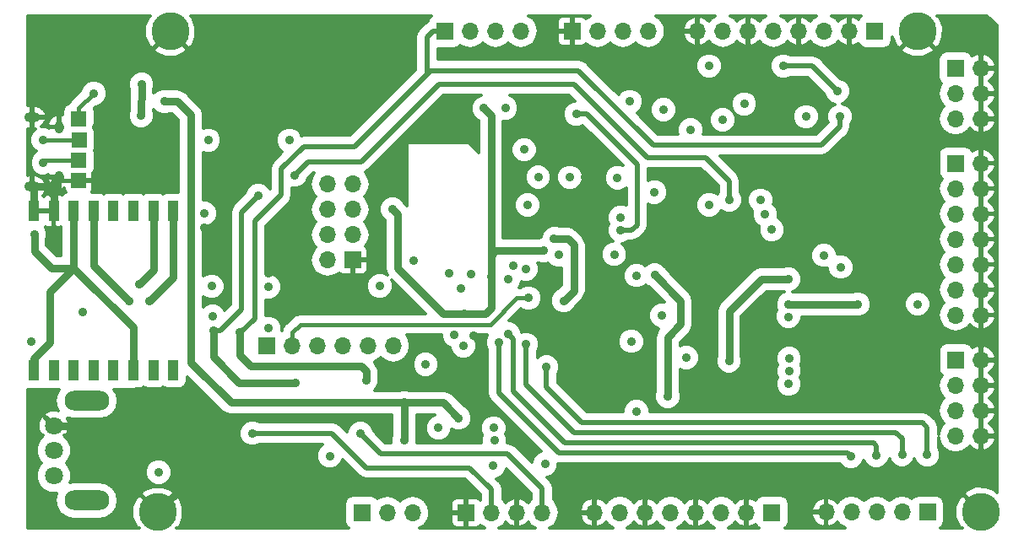
<source format=gbl>
G04 #@! TF.FileFunction,Copper,L4,Bot,Signal*
%FSLAX46Y46*%
G04 Gerber Fmt 4.6, Leading zero omitted, Abs format (unit mm)*
G04 Created by KiCad (PCBNEW 4.0.7-e2-6376~58~ubuntu16.04.1) date Fri Feb 23 10:11:40 2018*
%MOMM*%
%LPD*%
G01*
G04 APERTURE LIST*
%ADD10C,0.100000*%
%ADD11O,0.950000X1.250000*%
%ADD12O,1.550000X1.000000*%
%ADD13C,1.800000*%
%ADD14O,4.500000X2.000000*%
%ADD15R,1.700000X1.700000*%
%ADD16O,1.700000X1.700000*%
%ADD17C,3.800000*%
%ADD18R,1.000000X2.000000*%
%ADD19R,1.500000X1.500000*%
%ADD20C,0.914400*%
%ADD21C,0.762000*%
%ADD22C,0.406400*%
%ADD23C,0.508000*%
%ADD24C,0.254000*%
%ADD25C,0.351000*%
G04 APERTURE END LIST*
D10*
D11*
X94980000Y-72360000D03*
X94980000Y-77360000D03*
D12*
X92280000Y-71360000D03*
X92280000Y-78360000D03*
D13*
X94450000Y-107350000D03*
X94450000Y-104850000D03*
X94450000Y-102350000D03*
D14*
X97750000Y-109850000D03*
X97750000Y-99850000D03*
D15*
X184910000Y-76000000D03*
D16*
X187450000Y-76000000D03*
X184910000Y-78540000D03*
X187450000Y-78540000D03*
X184910000Y-81080000D03*
X187450000Y-81080000D03*
X184910000Y-83620000D03*
X187450000Y-83620000D03*
X184910000Y-86160000D03*
X187450000Y-86160000D03*
X184910000Y-88700000D03*
X187450000Y-88700000D03*
X184910000Y-91240000D03*
X187450000Y-91240000D03*
D17*
X104880000Y-111020000D03*
X106150000Y-62770000D03*
X187420000Y-111010000D03*
D18*
X106440000Y-96770000D03*
X104440000Y-96770000D03*
X102440000Y-96770000D03*
X100440000Y-96770000D03*
X98440000Y-96770000D03*
X96440000Y-96770000D03*
X94440000Y-96770000D03*
X92440000Y-96770000D03*
X92440000Y-80770000D03*
X94440000Y-80770000D03*
X96440000Y-80770000D03*
X98440000Y-80770000D03*
X100440000Y-80770000D03*
X102440000Y-80770000D03*
X104440000Y-80770000D03*
X106440000Y-80770000D03*
D15*
X125370000Y-111070000D03*
D16*
X127910000Y-111070000D03*
X130450000Y-111070000D03*
D17*
X181090000Y-62780000D03*
D15*
X115820000Y-94340000D03*
D16*
X118360000Y-94340000D03*
X120900000Y-94340000D03*
X123440000Y-94340000D03*
X125980000Y-94340000D03*
X128520000Y-94340000D03*
D15*
X166470000Y-111060000D03*
D16*
X163930000Y-111060000D03*
X161390000Y-111060000D03*
X158850000Y-111060000D03*
X156310000Y-111060000D03*
X153770000Y-111060000D03*
X151230000Y-111060000D03*
X148690000Y-111060000D03*
D15*
X182070000Y-111040000D03*
D16*
X179530000Y-111040000D03*
X176990000Y-111040000D03*
X174450000Y-111040000D03*
X171910000Y-111040000D03*
D15*
X176800000Y-62750000D03*
D16*
X174260000Y-62750000D03*
X171720000Y-62750000D03*
X169180000Y-62750000D03*
X166640000Y-62750000D03*
X164100000Y-62750000D03*
X161560000Y-62750000D03*
X159020000Y-62750000D03*
D15*
X135820000Y-111070000D03*
D16*
X138360000Y-111070000D03*
X140900000Y-111070000D03*
X143440000Y-111070000D03*
D15*
X184900000Y-66450000D03*
D16*
X187440000Y-66450000D03*
X184900000Y-68990000D03*
X187440000Y-68990000D03*
X184900000Y-71530000D03*
X187440000Y-71530000D03*
D15*
X146450000Y-62750000D03*
D16*
X148990000Y-62750000D03*
X151530000Y-62750000D03*
X154070000Y-62750000D03*
D15*
X184910000Y-95750000D03*
D16*
X187450000Y-95750000D03*
X184910000Y-98290000D03*
X187450000Y-98290000D03*
X184910000Y-100830000D03*
X187450000Y-100830000D03*
X184910000Y-103370000D03*
X187450000Y-103370000D03*
D15*
X133690000Y-62750000D03*
D16*
X136230000Y-62750000D03*
X138770000Y-62750000D03*
X141310000Y-62750000D03*
D15*
X124440000Y-85720000D03*
D16*
X121900000Y-85720000D03*
X124440000Y-83180000D03*
X121900000Y-83180000D03*
X124440000Y-80640000D03*
X121900000Y-80640000D03*
X124440000Y-78100000D03*
X121900000Y-78100000D03*
D19*
X96960000Y-77760000D03*
X96970000Y-71590000D03*
X96960000Y-75700000D03*
X96990000Y-73650000D03*
D20*
X109570000Y-82510000D03*
X162760000Y-100480000D03*
X127630000Y-68730000D03*
X136570000Y-93300000D03*
X127890000Y-76340000D03*
X136850000Y-74110000D03*
X98670000Y-72380000D03*
X124330000Y-101530000D03*
X115970000Y-87040000D03*
X156910000Y-82700000D03*
X150740000Y-89920000D03*
X156230000Y-78410000D03*
X170370000Y-93540000D03*
X147760000Y-77420000D03*
X107140000Y-108690000D03*
X115380000Y-70620000D03*
X155310000Y-72590000D03*
X159010000Y-67910000D03*
X174350000Y-92650000D03*
X105540000Y-69800000D03*
X135050000Y-101580000D03*
X129590000Y-103850000D03*
X129590000Y-100040000D03*
X92500000Y-83150000D03*
X128440000Y-80620000D03*
X135660000Y-91120000D03*
X96450000Y-86500000D03*
X137610000Y-70490000D03*
X138300000Y-87420000D03*
X143600000Y-84760000D03*
X103220000Y-71210000D03*
X103250000Y-68090000D03*
X144640000Y-83590000D03*
X141630000Y-74640000D03*
X168200000Y-95610000D03*
X145600000Y-89800000D03*
X152890000Y-100890000D03*
X110450000Y-92820000D03*
X163700000Y-70050000D03*
X160190000Y-66250000D03*
X118730000Y-98020000D03*
X114970000Y-79230000D03*
X113100000Y-92980000D03*
X173290000Y-71320000D03*
X125780000Y-97760000D03*
X93370000Y-73650000D03*
X168200000Y-96860000D03*
X135270000Y-88530000D03*
X143040000Y-77390000D03*
X134060000Y-87080000D03*
X152250000Y-69800000D03*
X136280000Y-87110000D03*
X155600000Y-70600000D03*
X110380000Y-91380000D03*
X135550000Y-94350000D03*
X134650000Y-93250000D03*
X110300000Y-88350000D03*
X130575000Y-85775000D03*
X181100000Y-90140000D03*
X168170000Y-98150000D03*
X139070000Y-94010000D03*
X174410000Y-105450000D03*
X140010000Y-93130000D03*
X176960000Y-105340000D03*
X179530000Y-105240000D03*
X141830000Y-94180000D03*
X182060000Y-105280000D03*
X143880000Y-96440000D03*
X133040000Y-102580000D03*
X161550000Y-71640000D03*
X143720000Y-106210000D03*
X138650000Y-103850000D03*
X141980000Y-80180000D03*
X127140000Y-88330000D03*
X104050000Y-89840000D03*
X115990000Y-92580000D03*
X103010000Y-88150000D03*
X115980000Y-88410000D03*
X109590000Y-81020000D03*
X118080000Y-73690000D03*
X109950000Y-73690000D03*
X146850000Y-71070000D03*
X156050000Y-99410000D03*
X154720000Y-87230000D03*
X151300000Y-82730000D03*
X162170000Y-95860000D03*
X118630000Y-77200000D03*
X162210000Y-79690000D03*
X168120000Y-87620000D03*
X131760000Y-96180000D03*
X168150000Y-91410000D03*
X146200000Y-77420000D03*
X157890000Y-95500000D03*
X167620000Y-66240000D03*
X173060000Y-68780000D03*
X145130000Y-85220000D03*
X173370000Y-86430000D03*
X140550000Y-86300000D03*
X165350000Y-79700000D03*
X169900000Y-71320000D03*
X158330000Y-72660000D03*
X138530000Y-106380000D03*
X104960000Y-107010000D03*
X93400000Y-75940000D03*
X165800000Y-81110000D03*
X166470000Y-82680000D03*
X171700000Y-85240000D03*
X155450000Y-91280000D03*
X151290000Y-81430000D03*
X154710000Y-78900000D03*
X152890000Y-87270000D03*
X175100000Y-90150000D03*
X168170000Y-90160000D03*
X160190000Y-80170000D03*
X150660000Y-85140000D03*
X141810000Y-86650000D03*
X114380000Y-103100000D03*
X138570000Y-102580000D03*
X122130000Y-105380000D03*
X125200000Y-103150000D03*
X102020000Y-89860000D03*
X150990000Y-77460000D03*
X98470000Y-68990000D03*
X152370000Y-93880000D03*
X139750000Y-70440000D03*
X140070000Y-87630000D03*
X142075000Y-89525000D03*
X92190000Y-93900000D03*
X97390000Y-90980000D03*
D21*
X94440000Y-79220000D02*
X94440000Y-77900000D01*
X94440000Y-77900000D02*
X94980000Y-77360000D01*
X94440000Y-80770000D02*
X94440000Y-79220000D01*
X93580000Y-78360000D02*
X92280000Y-78360000D01*
X94440000Y-79220000D02*
X93580000Y-78360000D01*
X92440000Y-80770000D02*
X92440000Y-78520000D01*
X92440000Y-78520000D02*
X92280000Y-78360000D01*
D22*
X94980000Y-77360000D02*
X94980000Y-77730000D01*
X94980000Y-77730000D02*
X95010000Y-77760000D01*
X95010000Y-77760000D02*
X96960000Y-77760000D01*
D21*
X104880000Y-111020000D02*
X104880000Y-110950000D01*
X104880000Y-110950000D02*
X107140000Y-108690000D01*
X94450000Y-102350000D02*
X105280000Y-102350000D01*
X105280000Y-102350000D02*
X107140000Y-104210000D01*
X107140000Y-104210000D02*
X107140000Y-108690000D01*
X98660000Y-72370000D02*
X98670000Y-72380000D01*
D23*
X98660000Y-72370000D02*
X98670000Y-72380000D01*
D22*
X98670000Y-72380000D02*
X98660000Y-72370000D01*
D21*
X105540000Y-69800000D02*
X106860000Y-69800000D01*
X108190000Y-71130000D02*
X108190000Y-96000000D01*
X112230000Y-100040000D02*
X129590000Y-100040000D01*
X108190000Y-96000000D02*
X112230000Y-100040000D01*
X106860000Y-69800000D02*
X108190000Y-71130000D01*
X129590000Y-103850000D02*
X129590000Y-100040000D01*
X129590000Y-100040000D02*
X133510000Y-100040000D01*
X133510000Y-100040000D02*
X135050000Y-101580000D01*
X96450000Y-86500000D02*
X94190000Y-86500000D01*
X92500000Y-84810000D02*
X92500000Y-83150000D01*
X94190000Y-86500000D02*
X92500000Y-84810000D01*
X95850000Y-86500000D02*
X96450000Y-86500000D01*
X96450000Y-86500000D02*
X96450000Y-86500000D01*
D22*
X95850000Y-86500000D02*
X96450000Y-86500000D01*
D21*
X102440000Y-96770000D02*
X102440000Y-92490000D01*
X102440000Y-92490000D02*
X96450000Y-86500000D01*
X92440000Y-96770000D02*
X92440000Y-95560000D01*
X94020000Y-88930000D02*
X96450000Y-86500000D01*
X94020000Y-93980000D02*
X94020000Y-88930000D01*
X92440000Y-95560000D02*
X94020000Y-93980000D01*
X96440000Y-80770000D02*
X96440000Y-86490000D01*
X96440000Y-86490000D02*
X96450000Y-86500000D01*
X128920000Y-81240000D02*
X128920000Y-81100000D01*
X128920000Y-81240000D02*
X128920000Y-86520000D01*
X133520000Y-91120000D02*
X128920000Y-86520000D01*
X135660000Y-91120000D02*
X133520000Y-91120000D01*
X128920000Y-81100000D02*
X128440000Y-80620000D01*
X135660000Y-91120000D02*
X137700000Y-91120000D01*
X137700000Y-91120000D02*
X138300000Y-90520000D01*
X138300000Y-90520000D02*
X138300000Y-87420000D01*
X143600000Y-84760000D02*
X138800000Y-84760000D01*
X138800000Y-84760000D02*
X138300000Y-85260000D01*
X138300000Y-87420000D02*
X138300000Y-85260000D01*
X138300000Y-85260000D02*
X138300000Y-83790000D01*
X138300000Y-83790000D02*
X138300000Y-71180000D01*
X138300000Y-71180000D02*
X137610000Y-70490000D01*
X103250000Y-68090000D02*
X103240000Y-71190000D01*
X103240000Y-71190000D02*
X103220000Y-71210000D01*
D23*
X103240000Y-71190000D02*
X103220000Y-71210000D01*
D24*
X103220000Y-71210000D02*
X103240000Y-71190000D01*
D21*
X144640000Y-83590000D02*
X146000000Y-83590000D01*
X146000000Y-83590000D02*
X146610000Y-84200000D01*
X146610000Y-84200000D02*
X146610000Y-88790000D01*
X146610000Y-88790000D02*
X145600000Y-89800000D01*
D23*
X110450000Y-92820000D02*
X111130000Y-92820000D01*
X111130000Y-92820000D02*
X113270000Y-90680000D01*
X113270000Y-80930000D02*
X114970000Y-79230000D01*
X113270000Y-90680000D02*
X113270000Y-80930000D01*
D21*
X110450000Y-92820000D02*
X110450000Y-95450000D01*
X110450000Y-95450000D02*
X113020000Y-98020000D01*
X113020000Y-98020000D02*
X118730000Y-98020000D01*
D23*
X117260000Y-79170000D02*
X117260000Y-76550000D01*
X117260000Y-76550000D02*
X119500000Y-74310000D01*
X147075000Y-66685000D02*
X132255000Y-66685000D01*
X132255000Y-66685000D02*
X131870000Y-67070000D01*
X131870000Y-67090000D02*
X131870000Y-67070000D01*
X131870000Y-67090000D02*
X131870000Y-65560000D01*
X131870000Y-65560000D02*
X131870000Y-63350000D01*
X131870000Y-63350000D02*
X132470000Y-62750000D01*
X132470000Y-62750000D02*
X133690000Y-62750000D01*
X124650000Y-74310000D02*
X131870000Y-67090000D01*
X119500000Y-74310000D02*
X124650000Y-74310000D01*
D21*
X113100000Y-92980000D02*
X113100000Y-95250000D01*
X113100000Y-95250000D02*
X114220000Y-96370000D01*
X114220000Y-96370000D02*
X125260000Y-96370000D01*
X125260000Y-96370000D02*
X125780000Y-96890000D01*
X125780000Y-96890000D02*
X125780000Y-97760000D01*
D23*
X113100000Y-92980000D02*
X113220000Y-92980000D01*
X114600000Y-81830000D02*
X117260000Y-79170000D01*
X114600000Y-91600000D02*
X114600000Y-81830000D01*
X113220000Y-92980000D02*
X114600000Y-91600000D01*
X125780000Y-97280000D02*
X125780000Y-97760000D01*
X147075000Y-66685000D02*
X154570000Y-74180000D01*
X154570000Y-74180000D02*
X171430000Y-74180000D01*
X171430000Y-74180000D02*
X173290000Y-72320000D01*
X173290000Y-72320000D02*
X173290000Y-71320000D01*
X125780000Y-97280000D02*
X125780000Y-97760000D01*
D22*
X96990000Y-73650000D02*
X93370000Y-73650000D01*
D23*
X139070000Y-99060000D02*
X145085000Y-105075000D01*
X139070000Y-94010000D02*
X139070000Y-99060000D01*
X174035000Y-105075000D02*
X174410000Y-105450000D01*
X145085000Y-105075000D02*
X174035000Y-105075000D01*
X140010000Y-93160000D02*
X140510000Y-93660000D01*
X140510000Y-93660000D02*
X140510000Y-98860000D01*
X140510000Y-98860000D02*
X145701602Y-104051602D01*
X145701602Y-104051602D02*
X176651602Y-104051602D01*
X176651602Y-104051602D02*
X176960000Y-104360000D01*
X176960000Y-104360000D02*
X176960000Y-105340000D01*
X140010000Y-93130000D02*
X140010000Y-93160000D01*
X141830000Y-94180000D02*
X141830000Y-98240000D01*
X146630000Y-103040000D02*
X178920000Y-103040000D01*
X141830000Y-98240000D02*
X146630000Y-103040000D01*
X178920000Y-103040000D02*
X179530000Y-103650000D01*
X179530000Y-103650000D02*
X179530000Y-105240000D01*
X143880000Y-96440000D02*
X143880000Y-98500000D01*
X147420000Y-102040000D02*
X181580000Y-102040000D01*
X143880000Y-98500000D02*
X147420000Y-102040000D01*
X181580000Y-102040000D02*
X182060000Y-102520000D01*
X182060000Y-102520000D02*
X182060000Y-105280000D01*
D21*
X106440000Y-80770000D02*
X106440000Y-87450000D01*
X106440000Y-87450000D02*
X104050000Y-89840000D01*
X104440000Y-80770000D02*
X104440000Y-86720000D01*
X104440000Y-86720000D02*
X103010000Y-88150000D01*
D23*
X146850000Y-71070000D02*
X147940000Y-71070000D01*
X147940000Y-71070000D02*
X152970000Y-76100000D01*
D21*
X156050000Y-99410000D02*
X156050000Y-93450000D01*
X157340000Y-89850000D02*
X154720000Y-87230000D01*
X157340000Y-92160000D02*
X157340000Y-89850000D01*
X156050000Y-93450000D02*
X157340000Y-92160000D01*
D23*
X152970000Y-76100000D02*
X152970000Y-82180000D01*
X152970000Y-82180000D02*
X152420000Y-82730000D01*
X152420000Y-82730000D02*
X151300000Y-82730000D01*
D21*
X162170000Y-95860000D02*
X162170000Y-90880000D01*
X162170000Y-90880000D02*
X165430000Y-87620000D01*
X165430000Y-87620000D02*
X168120000Y-87620000D01*
D23*
X122760000Y-75860000D02*
X125260000Y-75860000D01*
X125260000Y-75860000D02*
X133075000Y-68045000D01*
X146615000Y-68045000D02*
X133075000Y-68045000D01*
X153980000Y-75410000D02*
X159820000Y-75410000D01*
X159820000Y-75410000D02*
X162210000Y-77800000D01*
X162210000Y-77800000D02*
X162210000Y-79690000D01*
X146615000Y-68045000D02*
X153980000Y-75410000D01*
X119970000Y-75860000D02*
X118630000Y-77200000D01*
X122760000Y-75860000D02*
X119970000Y-75860000D01*
X168120000Y-87620000D02*
X165430000Y-87620000D01*
X167620000Y-66240000D02*
X170520000Y-66240000D01*
X170520000Y-66240000D02*
X173060000Y-68780000D01*
D22*
X96960000Y-75700000D02*
X93640000Y-75700000D01*
X93640000Y-75700000D02*
X93400000Y-75940000D01*
D21*
X168170000Y-90160000D02*
X175090000Y-90160000D01*
X175090000Y-90160000D02*
X175100000Y-90150000D01*
D23*
X114380000Y-103100000D02*
X122370000Y-103100000D01*
X122370000Y-103100000D02*
X125830000Y-106560000D01*
X125830000Y-106560000D02*
X136170000Y-106560000D01*
X136170000Y-106560000D02*
X138360000Y-108750000D01*
X138360000Y-108750000D02*
X138360000Y-111070000D01*
X125200000Y-103150000D02*
X127240000Y-105190000D01*
X139970000Y-105190000D02*
X143440000Y-108660000D01*
X143440000Y-108660000D02*
X143440000Y-111070000D01*
X127240000Y-105190000D02*
X139970000Y-105190000D01*
D21*
X98440000Y-80770000D02*
X98440000Y-86280000D01*
X98440000Y-86280000D02*
X102020000Y-89860000D01*
D22*
X96970000Y-71590000D02*
X96970000Y-70490000D01*
X96970000Y-70490000D02*
X98470000Y-68990000D01*
X96970000Y-70490000D02*
X96970000Y-71360000D01*
X98470000Y-68990000D02*
X96970000Y-70490000D01*
X118360000Y-94340000D02*
X118360000Y-92980000D01*
X118360000Y-92980000D02*
X119170000Y-92170000D01*
X119170000Y-92170000D02*
X138220000Y-92170000D01*
X138220000Y-92170000D02*
X140865000Y-89525000D01*
X140865000Y-89525000D02*
X142075000Y-89525000D01*
D25*
G36*
X147825523Y-61458908D02*
X147687171Y-61320556D01*
X147435956Y-61216500D01*
X146699375Y-61216500D01*
X146528500Y-61387375D01*
X146528500Y-62671500D01*
X146548500Y-62671500D01*
X146548500Y-62828500D01*
X146528500Y-62828500D01*
X146528500Y-64112625D01*
X146699375Y-64283500D01*
X147435956Y-64283500D01*
X147687171Y-64179444D01*
X147825523Y-64041092D01*
X148329680Y-64377959D01*
X148990000Y-64509305D01*
X149650320Y-64377959D01*
X150210113Y-64003918D01*
X150260000Y-63929257D01*
X150309887Y-64003918D01*
X150869680Y-64377959D01*
X151530000Y-64509305D01*
X152190320Y-64377959D01*
X152750113Y-64003918D01*
X152800000Y-63929257D01*
X152849887Y-64003918D01*
X153409680Y-64377959D01*
X154070000Y-64509305D01*
X154730320Y-64377959D01*
X155290113Y-64003918D01*
X155664154Y-63444125D01*
X155739146Y-63067112D01*
X157519640Y-63067112D01*
X157755202Y-63617136D01*
X158183318Y-64035146D01*
X158702889Y-64250354D01*
X158941500Y-64110362D01*
X158941500Y-62828500D01*
X157659380Y-62828500D01*
X157519640Y-63067112D01*
X155739146Y-63067112D01*
X155795500Y-62783805D01*
X155795500Y-62716195D01*
X155739147Y-62432888D01*
X157519640Y-62432888D01*
X157659380Y-62671500D01*
X158941500Y-62671500D01*
X158941500Y-61389638D01*
X158702889Y-61249646D01*
X158183318Y-61464854D01*
X157755202Y-61882864D01*
X157519640Y-62432888D01*
X155739147Y-62432888D01*
X155664154Y-62055875D01*
X155290113Y-61496082D01*
X154840259Y-61195500D01*
X160789741Y-61195500D01*
X160339887Y-61496082D01*
X160161735Y-61762706D01*
X159856682Y-61464854D01*
X159337111Y-61249646D01*
X159098500Y-61389638D01*
X159098500Y-62671500D01*
X159118500Y-62671500D01*
X159118500Y-62828500D01*
X159098500Y-62828500D01*
X159098500Y-64110362D01*
X159337111Y-64250354D01*
X159856682Y-64035146D01*
X160161735Y-63737294D01*
X160339887Y-64003918D01*
X160899680Y-64377959D01*
X161560000Y-64509305D01*
X162220320Y-64377959D01*
X162780113Y-64003918D01*
X162958265Y-63737294D01*
X163263318Y-64035146D01*
X163782889Y-64250354D01*
X164021500Y-64110362D01*
X164021500Y-62828500D01*
X164001500Y-62828500D01*
X164001500Y-62671500D01*
X164021500Y-62671500D01*
X164021500Y-61389638D01*
X163782889Y-61249646D01*
X163263318Y-61464854D01*
X162958265Y-61762706D01*
X162780113Y-61496082D01*
X162330259Y-61195500D01*
X165869741Y-61195500D01*
X165419887Y-61496082D01*
X165241735Y-61762706D01*
X164936682Y-61464854D01*
X164417111Y-61249646D01*
X164178500Y-61389638D01*
X164178500Y-62671500D01*
X164198500Y-62671500D01*
X164198500Y-62828500D01*
X164178500Y-62828500D01*
X164178500Y-64110362D01*
X164417111Y-64250354D01*
X164936682Y-64035146D01*
X165241735Y-63737294D01*
X165419887Y-64003918D01*
X165979680Y-64377959D01*
X166640000Y-64509305D01*
X167300320Y-64377959D01*
X167860113Y-64003918D01*
X168038265Y-63737294D01*
X168343318Y-64035146D01*
X168862889Y-64250354D01*
X169101500Y-64110362D01*
X169101500Y-62828500D01*
X169081500Y-62828500D01*
X169081500Y-62671500D01*
X169101500Y-62671500D01*
X169101500Y-61389638D01*
X168862889Y-61249646D01*
X168343318Y-61464854D01*
X168038265Y-61762706D01*
X167860113Y-61496082D01*
X167410259Y-61195500D01*
X170949741Y-61195500D01*
X170499887Y-61496082D01*
X170321735Y-61762706D01*
X170016682Y-61464854D01*
X169497111Y-61249646D01*
X169258500Y-61389638D01*
X169258500Y-62671500D01*
X169278500Y-62671500D01*
X169278500Y-62828500D01*
X169258500Y-62828500D01*
X169258500Y-64110362D01*
X169497111Y-64250354D01*
X170016682Y-64035146D01*
X170321735Y-63737294D01*
X170499887Y-64003918D01*
X171059680Y-64377959D01*
X171720000Y-64509305D01*
X172380320Y-64377959D01*
X172940113Y-64003918D01*
X173118265Y-63737294D01*
X173423318Y-64035146D01*
X173942889Y-64250354D01*
X174181500Y-64110362D01*
X174181500Y-62828500D01*
X174161500Y-62828500D01*
X174161500Y-62671500D01*
X174181500Y-62671500D01*
X174181500Y-61389638D01*
X173942889Y-61249646D01*
X173423318Y-61464854D01*
X173118265Y-61762706D01*
X172940113Y-61496082D01*
X172490259Y-61195500D01*
X175428034Y-61195500D01*
X175327580Y-61260140D01*
X175151280Y-61518163D01*
X175096682Y-61464854D01*
X174577111Y-61249646D01*
X174338500Y-61389638D01*
X174338500Y-62671500D01*
X174358500Y-62671500D01*
X174358500Y-62828500D01*
X174338500Y-62828500D01*
X174338500Y-64110362D01*
X174577111Y-64250354D01*
X175096682Y-64035146D01*
X175153767Y-63979409D01*
X175310140Y-64222420D01*
X175602708Y-64422324D01*
X175950000Y-64492652D01*
X177650000Y-64492652D01*
X177974441Y-64431604D01*
X178272420Y-64239860D01*
X178472324Y-63947292D01*
X178542652Y-63600000D01*
X178542652Y-63370863D01*
X178886062Y-64222641D01*
X178913762Y-64264098D01*
X179293604Y-64465381D01*
X180978984Y-62780000D01*
X180964842Y-62765858D01*
X181075858Y-62654842D01*
X181090000Y-62668984D01*
X181104142Y-62654842D01*
X181215158Y-62765858D01*
X181201016Y-62780000D01*
X182886396Y-64465381D01*
X183266238Y-64264098D01*
X183668521Y-63318318D01*
X183678248Y-62290583D01*
X183293938Y-61337359D01*
X183266238Y-61295902D01*
X183076769Y-61195500D01*
X188066646Y-61195500D01*
X189044500Y-62173355D01*
X189044500Y-109098715D01*
X188904098Y-108833762D01*
X187958318Y-108431479D01*
X186930583Y-108421752D01*
X185977359Y-108806062D01*
X185935902Y-108833762D01*
X185734619Y-109213604D01*
X187420000Y-110898984D01*
X187434142Y-110884842D01*
X187545158Y-110995858D01*
X187531016Y-111010000D01*
X187545158Y-111024142D01*
X187434142Y-111135158D01*
X187420000Y-111121016D01*
X187405858Y-111135158D01*
X187294842Y-111024142D01*
X187308984Y-111010000D01*
X185623604Y-109324619D01*
X185243762Y-109525902D01*
X184841479Y-110471682D01*
X184831752Y-111499417D01*
X185216062Y-112452641D01*
X185243762Y-112494098D01*
X185546457Y-112654500D01*
X183348724Y-112654500D01*
X183542420Y-112529860D01*
X183742324Y-112237292D01*
X183812652Y-111890000D01*
X183812652Y-110190000D01*
X183751604Y-109865559D01*
X183559860Y-109567580D01*
X183267292Y-109367676D01*
X182920000Y-109297348D01*
X181220000Y-109297348D01*
X180895559Y-109358396D01*
X180597580Y-109550140D01*
X180534709Y-109642154D01*
X180190320Y-109412041D01*
X179530000Y-109280695D01*
X178869680Y-109412041D01*
X178309887Y-109786082D01*
X178260000Y-109860743D01*
X178210113Y-109786082D01*
X177650320Y-109412041D01*
X176990000Y-109280695D01*
X176329680Y-109412041D01*
X175769887Y-109786082D01*
X175720000Y-109860743D01*
X175670113Y-109786082D01*
X175110320Y-109412041D01*
X174450000Y-109280695D01*
X173789680Y-109412041D01*
X173229887Y-109786082D01*
X173051735Y-110052706D01*
X172746682Y-109754854D01*
X172227111Y-109539646D01*
X171988500Y-109679638D01*
X171988500Y-110961500D01*
X172008500Y-110961500D01*
X172008500Y-111118500D01*
X171988500Y-111118500D01*
X171988500Y-112400362D01*
X172227111Y-112540354D01*
X172746682Y-112325146D01*
X173051735Y-112027294D01*
X173229887Y-112293918D01*
X173769537Y-112654500D01*
X167779805Y-112654500D01*
X167942420Y-112549860D01*
X168142324Y-112257292D01*
X168212652Y-111910000D01*
X168212652Y-111357112D01*
X170409640Y-111357112D01*
X170645202Y-111907136D01*
X171073318Y-112325146D01*
X171592889Y-112540354D01*
X171831500Y-112400362D01*
X171831500Y-111118500D01*
X170549380Y-111118500D01*
X170409640Y-111357112D01*
X168212652Y-111357112D01*
X168212652Y-110722888D01*
X170409640Y-110722888D01*
X170549380Y-110961500D01*
X171831500Y-110961500D01*
X171831500Y-109679638D01*
X171592889Y-109539646D01*
X171073318Y-109754854D01*
X170645202Y-110172864D01*
X170409640Y-110722888D01*
X168212652Y-110722888D01*
X168212652Y-110210000D01*
X168151604Y-109885559D01*
X167959860Y-109587580D01*
X167667292Y-109387676D01*
X167320000Y-109317348D01*
X165620000Y-109317348D01*
X165295559Y-109378396D01*
X164997580Y-109570140D01*
X164821280Y-109828163D01*
X164766682Y-109774854D01*
X164247111Y-109559646D01*
X164008500Y-109699638D01*
X164008500Y-110981500D01*
X164028500Y-110981500D01*
X164028500Y-111138500D01*
X164008500Y-111138500D01*
X164008500Y-112420362D01*
X164247111Y-112560354D01*
X164766682Y-112345146D01*
X164823767Y-112289409D01*
X164980140Y-112532420D01*
X165158809Y-112654500D01*
X162100395Y-112654500D01*
X162610113Y-112313918D01*
X162788265Y-112047294D01*
X163093318Y-112345146D01*
X163612889Y-112560354D01*
X163851500Y-112420362D01*
X163851500Y-111138500D01*
X163831500Y-111138500D01*
X163831500Y-110981500D01*
X163851500Y-110981500D01*
X163851500Y-109699638D01*
X163612889Y-109559646D01*
X163093318Y-109774854D01*
X162788265Y-110072706D01*
X162610113Y-109806082D01*
X162050320Y-109432041D01*
X161390000Y-109300695D01*
X160729680Y-109432041D01*
X160169887Y-109806082D01*
X159991735Y-110072706D01*
X159686682Y-109774854D01*
X159167111Y-109559646D01*
X158928500Y-109699638D01*
X158928500Y-110981500D01*
X158948500Y-110981500D01*
X158948500Y-111138500D01*
X158928500Y-111138500D01*
X158928500Y-112420362D01*
X159167111Y-112560354D01*
X159686682Y-112345146D01*
X159991735Y-112047294D01*
X160169887Y-112313918D01*
X160679605Y-112654500D01*
X157020395Y-112654500D01*
X157530113Y-112313918D01*
X157708265Y-112047294D01*
X158013318Y-112345146D01*
X158532889Y-112560354D01*
X158771500Y-112420362D01*
X158771500Y-111138500D01*
X158751500Y-111138500D01*
X158751500Y-110981500D01*
X158771500Y-110981500D01*
X158771500Y-109699638D01*
X158532889Y-109559646D01*
X158013318Y-109774854D01*
X157708265Y-110072706D01*
X157530113Y-109806082D01*
X156970320Y-109432041D01*
X156310000Y-109300695D01*
X155649680Y-109432041D01*
X155089887Y-109806082D01*
X154911735Y-110072706D01*
X154606682Y-109774854D01*
X154087111Y-109559646D01*
X153848500Y-109699638D01*
X153848500Y-110981500D01*
X153868500Y-110981500D01*
X153868500Y-111138500D01*
X153848500Y-111138500D01*
X153848500Y-112420362D01*
X154087111Y-112560354D01*
X154606682Y-112345146D01*
X154911735Y-112047294D01*
X155089887Y-112313918D01*
X155599605Y-112654500D01*
X151940395Y-112654500D01*
X152450113Y-112313918D01*
X152628265Y-112047294D01*
X152933318Y-112345146D01*
X153452889Y-112560354D01*
X153691500Y-112420362D01*
X153691500Y-111138500D01*
X153671500Y-111138500D01*
X153671500Y-110981500D01*
X153691500Y-110981500D01*
X153691500Y-109699638D01*
X153452889Y-109559646D01*
X152933318Y-109774854D01*
X152628265Y-110072706D01*
X152450113Y-109806082D01*
X151890320Y-109432041D01*
X151230000Y-109300695D01*
X150569680Y-109432041D01*
X150009887Y-109806082D01*
X149831735Y-110072706D01*
X149526682Y-109774854D01*
X149007111Y-109559646D01*
X148768500Y-109699638D01*
X148768500Y-110981500D01*
X148788500Y-110981500D01*
X148788500Y-111138500D01*
X148768500Y-111138500D01*
X148768500Y-112420362D01*
X149007111Y-112560354D01*
X149526682Y-112345146D01*
X149831735Y-112047294D01*
X150009887Y-112313918D01*
X150519605Y-112654500D01*
X144165361Y-112654500D01*
X144660113Y-112323918D01*
X145034154Y-111764125D01*
X145111135Y-111377112D01*
X147189640Y-111377112D01*
X147425202Y-111927136D01*
X147853318Y-112345146D01*
X148372889Y-112560354D01*
X148611500Y-112420362D01*
X148611500Y-111138500D01*
X147329380Y-111138500D01*
X147189640Y-111377112D01*
X145111135Y-111377112D01*
X145165500Y-111103805D01*
X145165500Y-111036195D01*
X145107158Y-110742888D01*
X147189640Y-110742888D01*
X147329380Y-110981500D01*
X148611500Y-110981500D01*
X148611500Y-109699638D01*
X148372889Y-109559646D01*
X147853318Y-109774854D01*
X147425202Y-110192864D01*
X147189640Y-110742888D01*
X145107158Y-110742888D01*
X145034154Y-110375875D01*
X144660113Y-109816082D01*
X144569500Y-109755536D01*
X144569500Y-108660000D01*
X144483522Y-108227759D01*
X144238677Y-107861323D01*
X143920229Y-107542875D01*
X143983927Y-107542931D01*
X144473928Y-107340467D01*
X144849149Y-106965899D01*
X145052468Y-106476253D01*
X145052711Y-106198077D01*
X145085000Y-106204500D01*
X173280104Y-106204500D01*
X173654101Y-106579149D01*
X174143747Y-106782468D01*
X174673927Y-106782931D01*
X175163928Y-106580467D01*
X175539149Y-106205899D01*
X175707889Y-105799528D01*
X175829533Y-106093928D01*
X176204101Y-106469149D01*
X176693747Y-106672468D01*
X177223927Y-106672931D01*
X177713928Y-106470467D01*
X178089149Y-106095899D01*
X178265843Y-105670373D01*
X178399533Y-105993928D01*
X178774101Y-106369149D01*
X179263747Y-106572468D01*
X179793927Y-106572931D01*
X180283928Y-106370467D01*
X180659149Y-105995899D01*
X180786799Y-105688484D01*
X180929533Y-106033928D01*
X181304101Y-106409149D01*
X181793747Y-106612468D01*
X182323927Y-106612931D01*
X182813928Y-106410467D01*
X183189149Y-106035899D01*
X183392468Y-105546253D01*
X183392931Y-105016073D01*
X183190467Y-104526072D01*
X183189500Y-104525103D01*
X183189500Y-103565086D01*
X183282041Y-104030320D01*
X183656082Y-104590113D01*
X184215875Y-104964154D01*
X184876195Y-105095500D01*
X184943805Y-105095500D01*
X185604125Y-104964154D01*
X186163918Y-104590113D01*
X186316406Y-104361898D01*
X186582864Y-104634798D01*
X187132888Y-104870360D01*
X187371500Y-104730620D01*
X187371500Y-103448500D01*
X187528500Y-103448500D01*
X187528500Y-104730620D01*
X187767112Y-104870360D01*
X188317136Y-104634798D01*
X188735146Y-104206682D01*
X188950354Y-103687111D01*
X188810362Y-103448500D01*
X187528500Y-103448500D01*
X187371500Y-103448500D01*
X187351500Y-103448500D01*
X187351500Y-103291500D01*
X187371500Y-103291500D01*
X187371500Y-100908500D01*
X187528500Y-100908500D01*
X187528500Y-103291500D01*
X188810362Y-103291500D01*
X188950354Y-103052889D01*
X188735146Y-102533318D01*
X188317136Y-102105202D01*
X188304990Y-102100000D01*
X188317136Y-102094798D01*
X188735146Y-101666682D01*
X188950354Y-101147111D01*
X188810362Y-100908500D01*
X187528500Y-100908500D01*
X187371500Y-100908500D01*
X187351500Y-100908500D01*
X187351500Y-100751500D01*
X187371500Y-100751500D01*
X187371500Y-98368500D01*
X187528500Y-98368500D01*
X187528500Y-100751500D01*
X188810362Y-100751500D01*
X188950354Y-100512889D01*
X188735146Y-99993318D01*
X188317136Y-99565202D01*
X188304990Y-99560000D01*
X188317136Y-99554798D01*
X188735146Y-99126682D01*
X188950354Y-98607111D01*
X188810362Y-98368500D01*
X187528500Y-98368500D01*
X187371500Y-98368500D01*
X187351500Y-98368500D01*
X187351500Y-98211500D01*
X187371500Y-98211500D01*
X187371500Y-95828500D01*
X187528500Y-95828500D01*
X187528500Y-98211500D01*
X188810362Y-98211500D01*
X188950354Y-97972889D01*
X188735146Y-97453318D01*
X188317136Y-97025202D01*
X188304990Y-97020000D01*
X188317136Y-97014798D01*
X188735146Y-96586682D01*
X188950354Y-96067111D01*
X188810362Y-95828500D01*
X187528500Y-95828500D01*
X187371500Y-95828500D01*
X187351500Y-95828500D01*
X187351500Y-95671500D01*
X187371500Y-95671500D01*
X187371500Y-94389380D01*
X187528500Y-94389380D01*
X187528500Y-95671500D01*
X188810362Y-95671500D01*
X188950354Y-95432889D01*
X188735146Y-94913318D01*
X188317136Y-94485202D01*
X187767112Y-94249640D01*
X187528500Y-94389380D01*
X187371500Y-94389380D01*
X187132888Y-94249640D01*
X186582864Y-94485202D01*
X186553086Y-94515700D01*
X186399860Y-94277580D01*
X186107292Y-94077676D01*
X185760000Y-94007348D01*
X184060000Y-94007348D01*
X183735559Y-94068396D01*
X183437580Y-94260140D01*
X183237676Y-94552708D01*
X183167348Y-94900000D01*
X183167348Y-96600000D01*
X183228396Y-96924441D01*
X183420140Y-97222420D01*
X183512154Y-97285291D01*
X183282041Y-97629680D01*
X183150695Y-98290000D01*
X183282041Y-98950320D01*
X183656082Y-99510113D01*
X183730743Y-99560000D01*
X183656082Y-99609887D01*
X183282041Y-100169680D01*
X183150695Y-100830000D01*
X183282041Y-101490320D01*
X183656082Y-102050113D01*
X183730743Y-102100000D01*
X183656082Y-102149887D01*
X183282041Y-102709680D01*
X183189500Y-103174914D01*
X183189500Y-102520000D01*
X183103522Y-102087759D01*
X182858677Y-101721323D01*
X182378677Y-101241323D01*
X182012241Y-100996478D01*
X181580000Y-100910500D01*
X154222683Y-100910500D01*
X154222931Y-100626073D01*
X154020467Y-100136072D01*
X153645899Y-99760851D01*
X153156253Y-99557532D01*
X152626073Y-99557069D01*
X152136072Y-99759533D01*
X151760851Y-100134101D01*
X151557532Y-100623747D01*
X151557282Y-100910500D01*
X147887854Y-100910500D01*
X145009500Y-98032146D01*
X145009500Y-97195054D01*
X145212468Y-96706253D01*
X145212931Y-96176073D01*
X145010467Y-95686072D01*
X144635899Y-95310851D01*
X144146253Y-95107532D01*
X143616073Y-95107069D01*
X143126072Y-95309533D01*
X142959500Y-95475815D01*
X142959500Y-94935054D01*
X143162468Y-94446253D01*
X143162732Y-94143927D01*
X151037069Y-94143927D01*
X151239533Y-94633928D01*
X151614101Y-95009149D01*
X152103747Y-95212468D01*
X152633927Y-95212931D01*
X153123928Y-95010467D01*
X153499149Y-94635899D01*
X153702468Y-94146253D01*
X153702931Y-93616073D01*
X153500467Y-93126072D01*
X153125899Y-92750851D01*
X152636253Y-92547532D01*
X152106073Y-92547069D01*
X151616072Y-92749533D01*
X151240851Y-93124101D01*
X151037532Y-93613747D01*
X151037069Y-94143927D01*
X143162732Y-94143927D01*
X143162931Y-93916073D01*
X142960467Y-93426072D01*
X142585899Y-93050851D01*
X142096253Y-92847532D01*
X141566073Y-92847069D01*
X141356902Y-92933497D01*
X141342890Y-92912527D01*
X141342931Y-92866073D01*
X141140467Y-92376072D01*
X140765899Y-92000851D01*
X140276253Y-91797532D01*
X140118118Y-91797394D01*
X141290257Y-90625255D01*
X141319101Y-90654149D01*
X141808747Y-90857468D01*
X142338927Y-90857931D01*
X142828928Y-90655467D01*
X143204149Y-90280899D01*
X143407468Y-89791253D01*
X143407931Y-89261073D01*
X143205467Y-88771072D01*
X142830899Y-88395851D01*
X142341253Y-88192532D01*
X141811073Y-88192069D01*
X141321072Y-88394533D01*
X141269215Y-88446300D01*
X141138643Y-88446300D01*
X141199149Y-88385899D01*
X141392710Y-87919752D01*
X141543747Y-87982468D01*
X142073927Y-87982931D01*
X142563928Y-87780467D01*
X142939149Y-87405899D01*
X143142468Y-86916253D01*
X143142931Y-86386073D01*
X142990227Y-86016500D01*
X143150796Y-86016500D01*
X143333747Y-86092468D01*
X143863927Y-86092931D01*
X144044038Y-86018511D01*
X144374101Y-86349149D01*
X144863747Y-86552468D01*
X145353500Y-86552896D01*
X145353500Y-88269541D01*
X145029156Y-88593884D01*
X144846072Y-88669533D01*
X144470851Y-89044101D01*
X144267532Y-89533747D01*
X144267069Y-90063927D01*
X144469533Y-90553928D01*
X144844101Y-90929149D01*
X145333747Y-91132468D01*
X145863927Y-91132931D01*
X146353928Y-90930467D01*
X146729149Y-90555899D01*
X146805902Y-90371058D01*
X147498477Y-89678482D01*
X147498480Y-89678480D01*
X147770855Y-89270842D01*
X147773261Y-89258747D01*
X147866501Y-88790000D01*
X147866500Y-88789995D01*
X147866500Y-87533927D01*
X151557069Y-87533927D01*
X151759533Y-88023928D01*
X152134101Y-88399149D01*
X152623747Y-88602468D01*
X153153927Y-88602931D01*
X153643928Y-88400467D01*
X153824952Y-88219758D01*
X153964101Y-88359149D01*
X154148942Y-88435902D01*
X155660524Y-89947483D01*
X155186073Y-89947069D01*
X154696072Y-90149533D01*
X154320851Y-90524101D01*
X154117532Y-91013747D01*
X154117069Y-91543927D01*
X154319533Y-92033928D01*
X154694101Y-92409149D01*
X155139699Y-92594178D01*
X154889145Y-92969158D01*
X154793500Y-93450000D01*
X154793500Y-98960796D01*
X154717532Y-99143747D01*
X154717069Y-99673927D01*
X154919533Y-100163928D01*
X155294101Y-100539149D01*
X155783747Y-100742468D01*
X156313927Y-100742931D01*
X156803928Y-100540467D01*
X157179149Y-100165899D01*
X157382468Y-99676253D01*
X157382931Y-99146073D01*
X157306500Y-98961096D01*
X157306500Y-98413927D01*
X166837069Y-98413927D01*
X167039533Y-98903928D01*
X167414101Y-99279149D01*
X167903747Y-99482468D01*
X168433927Y-99482931D01*
X168923928Y-99280467D01*
X169299149Y-98905899D01*
X169502468Y-98416253D01*
X169502931Y-97886073D01*
X169360300Y-97540879D01*
X169532468Y-97126253D01*
X169532931Y-96596073D01*
X169383621Y-96234715D01*
X169532468Y-95876253D01*
X169532931Y-95346073D01*
X169330467Y-94856072D01*
X168955899Y-94480851D01*
X168466253Y-94277532D01*
X167936073Y-94277069D01*
X167446072Y-94479533D01*
X167070851Y-94854101D01*
X166867532Y-95343747D01*
X166867069Y-95873927D01*
X167016379Y-96235285D01*
X166867532Y-96593747D01*
X166867069Y-97123927D01*
X167009700Y-97469121D01*
X166837532Y-97883747D01*
X166837069Y-98413927D01*
X157306500Y-98413927D01*
X157306500Y-96700735D01*
X157623747Y-96832468D01*
X158153927Y-96832931D01*
X158643928Y-96630467D01*
X159019149Y-96255899D01*
X159073948Y-96123927D01*
X160837069Y-96123927D01*
X161039533Y-96613928D01*
X161414101Y-96989149D01*
X161903747Y-97192468D01*
X162433927Y-97192931D01*
X162923928Y-96990467D01*
X163299149Y-96615899D01*
X163502468Y-96126253D01*
X163502931Y-95596073D01*
X163426500Y-95411096D01*
X163426500Y-91400460D01*
X165950460Y-88876500D01*
X167670796Y-88876500D01*
X167728476Y-88900451D01*
X167416072Y-89029533D01*
X167040851Y-89404101D01*
X166837532Y-89893747D01*
X166837069Y-90423927D01*
X166976403Y-90761143D01*
X166817532Y-91143747D01*
X166817069Y-91673927D01*
X167019533Y-92163928D01*
X167394101Y-92539149D01*
X167883747Y-92742468D01*
X168413927Y-92742931D01*
X168903928Y-92540467D01*
X169279149Y-92165899D01*
X169482468Y-91676253D01*
X169482695Y-91416500D01*
X174674879Y-91416500D01*
X174833747Y-91482468D01*
X175363927Y-91482931D01*
X175853928Y-91280467D01*
X176229149Y-90905899D01*
X176432468Y-90416253D01*
X176432478Y-90403927D01*
X179767069Y-90403927D01*
X179969533Y-90893928D01*
X180344101Y-91269149D01*
X180833747Y-91472468D01*
X181363927Y-91472931D01*
X181853928Y-91270467D01*
X182229149Y-90895899D01*
X182432468Y-90406253D01*
X182432931Y-89876073D01*
X182230467Y-89386072D01*
X181855899Y-89010851D01*
X181366253Y-88807532D01*
X180836073Y-88807069D01*
X180346072Y-89009533D01*
X179970851Y-89384101D01*
X179767532Y-89873747D01*
X179767069Y-90403927D01*
X176432478Y-90403927D01*
X176432931Y-89886073D01*
X176230467Y-89396072D01*
X175855899Y-89020851D01*
X175366253Y-88817532D01*
X174836073Y-88817069D01*
X174626894Y-88903500D01*
X168619204Y-88903500D01*
X168561524Y-88879549D01*
X168873928Y-88750467D01*
X169249149Y-88375899D01*
X169452468Y-87886253D01*
X169452931Y-87356073D01*
X169250467Y-86866072D01*
X168875899Y-86490851D01*
X168386253Y-86287532D01*
X167856073Y-86287069D01*
X167671096Y-86363500D01*
X165430000Y-86363500D01*
X164949158Y-86459145D01*
X164541520Y-86731520D01*
X161281520Y-89991520D01*
X161009145Y-90399158D01*
X160913500Y-90880000D01*
X160913500Y-95410796D01*
X160837532Y-95593747D01*
X160837069Y-96123927D01*
X159073948Y-96123927D01*
X159222468Y-95766253D01*
X159222931Y-95236073D01*
X159020467Y-94746072D01*
X158645899Y-94370851D01*
X158156253Y-94167532D01*
X157626073Y-94167069D01*
X157306500Y-94299114D01*
X157306500Y-93970460D01*
X158228477Y-93048482D01*
X158228480Y-93048480D01*
X158500855Y-92640842D01*
X158596500Y-92160000D01*
X158596500Y-89850005D01*
X158596501Y-89850000D01*
X158508198Y-89406072D01*
X158500855Y-89369158D01*
X158228480Y-88961520D01*
X158228477Y-88961518D01*
X155926116Y-86659156D01*
X155850467Y-86476072D01*
X155475899Y-86100851D01*
X154986253Y-85897532D01*
X154456073Y-85897069D01*
X153966072Y-86099533D01*
X153785048Y-86280242D01*
X153645899Y-86140851D01*
X153156253Y-85937532D01*
X152626073Y-85937069D01*
X152136072Y-86139533D01*
X151760851Y-86514101D01*
X151557532Y-87003747D01*
X151557069Y-87533927D01*
X147866500Y-87533927D01*
X147866500Y-84200000D01*
X147770855Y-83719158D01*
X147498480Y-83311520D01*
X147498477Y-83311518D01*
X146888480Y-82701520D01*
X146480842Y-82429145D01*
X146000000Y-82333500D01*
X145089204Y-82333500D01*
X144906253Y-82257532D01*
X144376073Y-82257069D01*
X143886072Y-82459533D01*
X143510851Y-82834101D01*
X143307532Y-83323747D01*
X143307431Y-83438903D01*
X143151096Y-83503500D01*
X139556500Y-83503500D01*
X139556500Y-80443927D01*
X140647069Y-80443927D01*
X140849533Y-80933928D01*
X141224101Y-81309149D01*
X141713747Y-81512468D01*
X142243927Y-81512931D01*
X142733928Y-81310467D01*
X143109149Y-80935899D01*
X143312468Y-80446253D01*
X143312931Y-79916073D01*
X143110467Y-79426072D01*
X142735899Y-79050851D01*
X142246253Y-78847532D01*
X141716073Y-78847069D01*
X141226072Y-79049533D01*
X140850851Y-79424101D01*
X140647532Y-79913747D01*
X140647069Y-80443927D01*
X139556500Y-80443927D01*
X139556500Y-77653927D01*
X141707069Y-77653927D01*
X141909533Y-78143928D01*
X142284101Y-78519149D01*
X142773747Y-78722468D01*
X143303927Y-78722931D01*
X143793928Y-78520467D01*
X144169149Y-78145899D01*
X144360976Y-77683927D01*
X144867069Y-77683927D01*
X145069533Y-78173928D01*
X145444101Y-78549149D01*
X145933747Y-78752468D01*
X146463927Y-78752931D01*
X146953928Y-78550467D01*
X147329149Y-78175899D01*
X147532468Y-77686253D01*
X147532931Y-77156073D01*
X147330467Y-76666072D01*
X146955899Y-76290851D01*
X146466253Y-76087532D01*
X145936073Y-76087069D01*
X145446072Y-76289533D01*
X145070851Y-76664101D01*
X144867532Y-77153747D01*
X144867069Y-77683927D01*
X144360976Y-77683927D01*
X144372468Y-77656253D01*
X144372931Y-77126073D01*
X144170467Y-76636072D01*
X143795899Y-76260851D01*
X143306253Y-76057532D01*
X142776073Y-76057069D01*
X142286072Y-76259533D01*
X141910851Y-76634101D01*
X141707532Y-77123747D01*
X141707069Y-77653927D01*
X139556500Y-77653927D01*
X139556500Y-74903927D01*
X140297069Y-74903927D01*
X140499533Y-75393928D01*
X140874101Y-75769149D01*
X141363747Y-75972468D01*
X141893927Y-75972931D01*
X142383928Y-75770467D01*
X142759149Y-75395899D01*
X142962468Y-74906253D01*
X142962931Y-74376073D01*
X142760467Y-73886072D01*
X142385899Y-73510851D01*
X141896253Y-73307532D01*
X141366073Y-73307069D01*
X140876072Y-73509533D01*
X140500851Y-73884101D01*
X140297532Y-74373747D01*
X140297069Y-74903927D01*
X139556500Y-74903927D01*
X139556500Y-71772532D01*
X140013927Y-71772931D01*
X140503928Y-71570467D01*
X140879149Y-71195899D01*
X141082468Y-70706253D01*
X141082931Y-70176073D01*
X140880467Y-69686072D01*
X140505899Y-69310851D01*
X140177530Y-69174500D01*
X146147146Y-69174500D01*
X146709823Y-69737177D01*
X146586073Y-69737069D01*
X146096072Y-69939533D01*
X145720851Y-70314101D01*
X145517532Y-70803747D01*
X145517069Y-71333927D01*
X145719533Y-71823928D01*
X146094101Y-72199149D01*
X146583747Y-72402468D01*
X147113927Y-72402931D01*
X147511361Y-72238715D01*
X151502378Y-76229732D01*
X151256253Y-76127532D01*
X150726073Y-76127069D01*
X150236072Y-76329533D01*
X149860851Y-76704101D01*
X149657532Y-77193747D01*
X149657069Y-77723927D01*
X149859533Y-78213928D01*
X150234101Y-78589149D01*
X150723747Y-78792468D01*
X151253927Y-78792931D01*
X151743928Y-78590467D01*
X151840500Y-78494063D01*
X151840500Y-80215562D01*
X151556253Y-80097532D01*
X151026073Y-80097069D01*
X150536072Y-80299533D01*
X150160851Y-80674101D01*
X149957532Y-81163747D01*
X149957069Y-81693927D01*
X150121722Y-82092417D01*
X149967532Y-82463747D01*
X149967069Y-82993927D01*
X150169533Y-83483928D01*
X150492195Y-83807153D01*
X150396073Y-83807069D01*
X149906072Y-84009533D01*
X149530851Y-84384101D01*
X149327532Y-84873747D01*
X149327069Y-85403927D01*
X149529533Y-85893928D01*
X149904101Y-86269149D01*
X150393747Y-86472468D01*
X150923927Y-86472931D01*
X151413928Y-86270467D01*
X151789149Y-85895899D01*
X151951910Y-85503927D01*
X170367069Y-85503927D01*
X170569533Y-85993928D01*
X170944101Y-86369149D01*
X171433747Y-86572468D01*
X171963927Y-86572931D01*
X172037201Y-86542655D01*
X172037069Y-86693927D01*
X172239533Y-87183928D01*
X172614101Y-87559149D01*
X173103747Y-87762468D01*
X173633927Y-87762931D01*
X174123928Y-87560467D01*
X174499149Y-87185899D01*
X174702468Y-86696253D01*
X174702931Y-86166073D01*
X174500467Y-85676072D01*
X174125899Y-85300851D01*
X173636253Y-85097532D01*
X173106073Y-85097069D01*
X173032799Y-85127345D01*
X173032931Y-84976073D01*
X172830467Y-84486072D01*
X172455899Y-84110851D01*
X171966253Y-83907532D01*
X171436073Y-83907069D01*
X170946072Y-84109533D01*
X170570851Y-84484101D01*
X170367532Y-84973747D01*
X170367069Y-85503927D01*
X151951910Y-85503927D01*
X151992468Y-85406253D01*
X151992931Y-84876073D01*
X151790467Y-84386072D01*
X151467805Y-84062847D01*
X151563927Y-84062931D01*
X152053928Y-83860467D01*
X152054897Y-83859500D01*
X152420000Y-83859500D01*
X152852241Y-83773522D01*
X153218677Y-83528677D01*
X153768677Y-82978677D01*
X154013522Y-82612241D01*
X154099500Y-82180000D01*
X154099500Y-80089524D01*
X154443747Y-80232468D01*
X154973927Y-80232931D01*
X155463928Y-80030467D01*
X155839149Y-79655899D01*
X156042468Y-79166253D01*
X156042931Y-78636073D01*
X155840467Y-78146072D01*
X155465899Y-77770851D01*
X154976253Y-77567532D01*
X154446073Y-77567069D01*
X154099500Y-77710270D01*
X154099500Y-76539500D01*
X159352146Y-76539500D01*
X161080500Y-78267854D01*
X161080500Y-78934946D01*
X161009902Y-79104965D01*
X160945899Y-79040851D01*
X160456253Y-78837532D01*
X159926073Y-78837069D01*
X159436072Y-79039533D01*
X159060851Y-79414101D01*
X158857532Y-79903747D01*
X158857069Y-80433927D01*
X159059533Y-80923928D01*
X159434101Y-81299149D01*
X159923747Y-81502468D01*
X160453927Y-81502931D01*
X160943928Y-81300467D01*
X161319149Y-80925899D01*
X161390098Y-80755035D01*
X161454101Y-80819149D01*
X161943747Y-81022468D01*
X162473927Y-81022931D01*
X162963928Y-80820467D01*
X163339149Y-80445899D01*
X163539281Y-79963927D01*
X164017069Y-79963927D01*
X164219533Y-80453928D01*
X164508995Y-80743894D01*
X164467532Y-80843747D01*
X164467069Y-81373927D01*
X164669533Y-81863928D01*
X165044101Y-82239149D01*
X165185629Y-82297917D01*
X165137532Y-82413747D01*
X165137069Y-82943927D01*
X165339533Y-83433928D01*
X165714101Y-83809149D01*
X166203747Y-84012468D01*
X166733927Y-84012931D01*
X167223928Y-83810467D01*
X167599149Y-83435899D01*
X167802468Y-82946253D01*
X167802931Y-82416073D01*
X167600467Y-81926072D01*
X167225899Y-81550851D01*
X167084371Y-81492083D01*
X167132468Y-81376253D01*
X167132931Y-80846073D01*
X166930467Y-80356072D01*
X166641005Y-80066106D01*
X166682468Y-79966253D01*
X166682931Y-79436073D01*
X166480467Y-78946072D01*
X166105899Y-78570851D01*
X166031602Y-78540000D01*
X183150695Y-78540000D01*
X183282041Y-79200320D01*
X183656082Y-79760113D01*
X183730743Y-79810000D01*
X183656082Y-79859887D01*
X183282041Y-80419680D01*
X183150695Y-81080000D01*
X183282041Y-81740320D01*
X183656082Y-82300113D01*
X183730743Y-82350000D01*
X183656082Y-82399887D01*
X183282041Y-82959680D01*
X183150695Y-83620000D01*
X183282041Y-84280320D01*
X183656082Y-84840113D01*
X183730743Y-84890000D01*
X183656082Y-84939887D01*
X183282041Y-85499680D01*
X183150695Y-86160000D01*
X183282041Y-86820320D01*
X183656082Y-87380113D01*
X183730743Y-87430000D01*
X183656082Y-87479887D01*
X183282041Y-88039680D01*
X183150695Y-88700000D01*
X183282041Y-89360320D01*
X183656082Y-89920113D01*
X183730743Y-89970000D01*
X183656082Y-90019887D01*
X183282041Y-90579680D01*
X183150695Y-91240000D01*
X183282041Y-91900320D01*
X183656082Y-92460113D01*
X184215875Y-92834154D01*
X184876195Y-92965500D01*
X184943805Y-92965500D01*
X185604125Y-92834154D01*
X186163918Y-92460113D01*
X186316406Y-92231898D01*
X186582864Y-92504798D01*
X187132888Y-92740360D01*
X187371500Y-92600620D01*
X187371500Y-91318500D01*
X187528500Y-91318500D01*
X187528500Y-92600620D01*
X187767112Y-92740360D01*
X188317136Y-92504798D01*
X188735146Y-92076682D01*
X188950354Y-91557111D01*
X188810362Y-91318500D01*
X187528500Y-91318500D01*
X187371500Y-91318500D01*
X187351500Y-91318500D01*
X187351500Y-91161500D01*
X187371500Y-91161500D01*
X187371500Y-88778500D01*
X187528500Y-88778500D01*
X187528500Y-91161500D01*
X188810362Y-91161500D01*
X188950354Y-90922889D01*
X188735146Y-90403318D01*
X188317136Y-89975202D01*
X188304990Y-89970000D01*
X188317136Y-89964798D01*
X188735146Y-89536682D01*
X188950354Y-89017111D01*
X188810362Y-88778500D01*
X187528500Y-88778500D01*
X187371500Y-88778500D01*
X187351500Y-88778500D01*
X187351500Y-88621500D01*
X187371500Y-88621500D01*
X187371500Y-86238500D01*
X187528500Y-86238500D01*
X187528500Y-88621500D01*
X188810362Y-88621500D01*
X188950354Y-88382889D01*
X188735146Y-87863318D01*
X188317136Y-87435202D01*
X188304990Y-87430000D01*
X188317136Y-87424798D01*
X188735146Y-86996682D01*
X188950354Y-86477111D01*
X188810362Y-86238500D01*
X187528500Y-86238500D01*
X187371500Y-86238500D01*
X187351500Y-86238500D01*
X187351500Y-86081500D01*
X187371500Y-86081500D01*
X187371500Y-83698500D01*
X187528500Y-83698500D01*
X187528500Y-86081500D01*
X188810362Y-86081500D01*
X188950354Y-85842889D01*
X188735146Y-85323318D01*
X188317136Y-84895202D01*
X188304990Y-84890000D01*
X188317136Y-84884798D01*
X188735146Y-84456682D01*
X188950354Y-83937111D01*
X188810362Y-83698500D01*
X187528500Y-83698500D01*
X187371500Y-83698500D01*
X187351500Y-83698500D01*
X187351500Y-83541500D01*
X187371500Y-83541500D01*
X187371500Y-81158500D01*
X187528500Y-81158500D01*
X187528500Y-83541500D01*
X188810362Y-83541500D01*
X188950354Y-83302889D01*
X188735146Y-82783318D01*
X188317136Y-82355202D01*
X188304990Y-82350000D01*
X188317136Y-82344798D01*
X188735146Y-81916682D01*
X188950354Y-81397111D01*
X188810362Y-81158500D01*
X187528500Y-81158500D01*
X187371500Y-81158500D01*
X187351500Y-81158500D01*
X187351500Y-81001500D01*
X187371500Y-81001500D01*
X187371500Y-78618500D01*
X187528500Y-78618500D01*
X187528500Y-81001500D01*
X188810362Y-81001500D01*
X188950354Y-80762889D01*
X188735146Y-80243318D01*
X188317136Y-79815202D01*
X188304990Y-79810000D01*
X188317136Y-79804798D01*
X188735146Y-79376682D01*
X188950354Y-78857111D01*
X188810362Y-78618500D01*
X187528500Y-78618500D01*
X187371500Y-78618500D01*
X187351500Y-78618500D01*
X187351500Y-78461500D01*
X187371500Y-78461500D01*
X187371500Y-76078500D01*
X187528500Y-76078500D01*
X187528500Y-78461500D01*
X188810362Y-78461500D01*
X188950354Y-78222889D01*
X188735146Y-77703318D01*
X188317136Y-77275202D01*
X188304990Y-77270000D01*
X188317136Y-77264798D01*
X188735146Y-76836682D01*
X188950354Y-76317111D01*
X188810362Y-76078500D01*
X187528500Y-76078500D01*
X187371500Y-76078500D01*
X187351500Y-76078500D01*
X187351500Y-75921500D01*
X187371500Y-75921500D01*
X187371500Y-74639380D01*
X187528500Y-74639380D01*
X187528500Y-75921500D01*
X188810362Y-75921500D01*
X188950354Y-75682889D01*
X188735146Y-75163318D01*
X188317136Y-74735202D01*
X187767112Y-74499640D01*
X187528500Y-74639380D01*
X187371500Y-74639380D01*
X187132888Y-74499640D01*
X186582864Y-74735202D01*
X186553086Y-74765700D01*
X186399860Y-74527580D01*
X186107292Y-74327676D01*
X185760000Y-74257348D01*
X184060000Y-74257348D01*
X183735559Y-74318396D01*
X183437580Y-74510140D01*
X183237676Y-74802708D01*
X183167348Y-75150000D01*
X183167348Y-76850000D01*
X183228396Y-77174441D01*
X183420140Y-77472420D01*
X183512154Y-77535291D01*
X183282041Y-77879680D01*
X183150695Y-78540000D01*
X166031602Y-78540000D01*
X165616253Y-78367532D01*
X165086073Y-78367069D01*
X164596072Y-78569533D01*
X164220851Y-78944101D01*
X164017532Y-79433747D01*
X164017069Y-79963927D01*
X163539281Y-79963927D01*
X163542468Y-79956253D01*
X163542931Y-79426073D01*
X163340467Y-78936072D01*
X163339500Y-78935103D01*
X163339500Y-77800000D01*
X163253522Y-77367759D01*
X163008677Y-77001323D01*
X161316854Y-75309500D01*
X171430000Y-75309500D01*
X171862241Y-75223522D01*
X172228677Y-74978677D01*
X174088677Y-73118677D01*
X174333522Y-72752241D01*
X174419500Y-72320000D01*
X174419500Y-72075054D01*
X174622468Y-71586253D01*
X174622931Y-71056073D01*
X174420467Y-70566072D01*
X174045899Y-70190851D01*
X173591747Y-70002270D01*
X173813928Y-69910467D01*
X174189149Y-69535899D01*
X174392468Y-69046253D01*
X174392517Y-68990000D01*
X183140695Y-68990000D01*
X183272041Y-69650320D01*
X183646082Y-70210113D01*
X183720743Y-70260000D01*
X183646082Y-70309887D01*
X183272041Y-70869680D01*
X183140695Y-71530000D01*
X183272041Y-72190320D01*
X183646082Y-72750113D01*
X184205875Y-73124154D01*
X184866195Y-73255500D01*
X184933805Y-73255500D01*
X185594125Y-73124154D01*
X186153918Y-72750113D01*
X186306406Y-72521898D01*
X186572864Y-72794798D01*
X187122888Y-73030360D01*
X187361500Y-72890620D01*
X187361500Y-71608500D01*
X187518500Y-71608500D01*
X187518500Y-72890620D01*
X187757112Y-73030360D01*
X188307136Y-72794798D01*
X188725146Y-72366682D01*
X188940354Y-71847111D01*
X188800362Y-71608500D01*
X187518500Y-71608500D01*
X187361500Y-71608500D01*
X187341500Y-71608500D01*
X187341500Y-71451500D01*
X187361500Y-71451500D01*
X187361500Y-69068500D01*
X187518500Y-69068500D01*
X187518500Y-71451500D01*
X188800362Y-71451500D01*
X188940354Y-71212889D01*
X188725146Y-70693318D01*
X188307136Y-70265202D01*
X188294990Y-70260000D01*
X188307136Y-70254798D01*
X188725146Y-69826682D01*
X188940354Y-69307111D01*
X188800362Y-69068500D01*
X187518500Y-69068500D01*
X187361500Y-69068500D01*
X187341500Y-69068500D01*
X187341500Y-68911500D01*
X187361500Y-68911500D01*
X187361500Y-66528500D01*
X187518500Y-66528500D01*
X187518500Y-68911500D01*
X188800362Y-68911500D01*
X188940354Y-68672889D01*
X188725146Y-68153318D01*
X188307136Y-67725202D01*
X188294990Y-67720000D01*
X188307136Y-67714798D01*
X188725146Y-67286682D01*
X188940354Y-66767111D01*
X188800362Y-66528500D01*
X187518500Y-66528500D01*
X187361500Y-66528500D01*
X187341500Y-66528500D01*
X187341500Y-66371500D01*
X187361500Y-66371500D01*
X187361500Y-65089380D01*
X187518500Y-65089380D01*
X187518500Y-66371500D01*
X188800362Y-66371500D01*
X188940354Y-66132889D01*
X188725146Y-65613318D01*
X188307136Y-65185202D01*
X187757112Y-64949640D01*
X187518500Y-65089380D01*
X187361500Y-65089380D01*
X187122888Y-64949640D01*
X186572864Y-65185202D01*
X186543086Y-65215700D01*
X186389860Y-64977580D01*
X186097292Y-64777676D01*
X185750000Y-64707348D01*
X184050000Y-64707348D01*
X183725559Y-64768396D01*
X183427580Y-64960140D01*
X183227676Y-65252708D01*
X183157348Y-65600000D01*
X183157348Y-67300000D01*
X183218396Y-67624441D01*
X183410140Y-67922420D01*
X183502154Y-67985291D01*
X183272041Y-68329680D01*
X183140695Y-68990000D01*
X174392517Y-68990000D01*
X174392931Y-68516073D01*
X174190467Y-68026072D01*
X173815899Y-67650851D01*
X173326253Y-67447532D01*
X173324885Y-67447531D01*
X171318677Y-65441323D01*
X170952241Y-65196478D01*
X170520000Y-65110500D01*
X168375054Y-65110500D01*
X167886253Y-64907532D01*
X167356073Y-64907069D01*
X166866072Y-65109533D01*
X166490851Y-65484101D01*
X166287532Y-65973747D01*
X166287069Y-66503927D01*
X166489533Y-66993928D01*
X166864101Y-67369149D01*
X167353747Y-67572468D01*
X167883927Y-67572931D01*
X168373928Y-67370467D01*
X168374897Y-67369500D01*
X170052146Y-67369500D01*
X171727418Y-69044772D01*
X171929533Y-69533928D01*
X172304101Y-69909149D01*
X172758253Y-70097730D01*
X172536072Y-70189533D01*
X172160851Y-70564101D01*
X171957532Y-71053747D01*
X171957069Y-71583927D01*
X172094971Y-71917675D01*
X170962146Y-73050500D01*
X159610876Y-73050500D01*
X159662468Y-72926253D01*
X159662931Y-72396073D01*
X159460467Y-71906072D01*
X159458326Y-71903927D01*
X160217069Y-71903927D01*
X160419533Y-72393928D01*
X160794101Y-72769149D01*
X161283747Y-72972468D01*
X161813927Y-72972931D01*
X162303928Y-72770467D01*
X162679149Y-72395899D01*
X162882468Y-71906253D01*
X162882749Y-71583927D01*
X168567069Y-71583927D01*
X168769533Y-72073928D01*
X169144101Y-72449149D01*
X169633747Y-72652468D01*
X170163927Y-72652931D01*
X170653928Y-72450467D01*
X171029149Y-72075899D01*
X171232468Y-71586253D01*
X171232931Y-71056073D01*
X171030467Y-70566072D01*
X170655899Y-70190851D01*
X170166253Y-69987532D01*
X169636073Y-69987069D01*
X169146072Y-70189533D01*
X168770851Y-70564101D01*
X168567532Y-71053747D01*
X168567069Y-71583927D01*
X162882749Y-71583927D01*
X162882931Y-71376073D01*
X162700900Y-70935524D01*
X162944101Y-71179149D01*
X163433747Y-71382468D01*
X163963927Y-71382931D01*
X164453928Y-71180467D01*
X164829149Y-70805899D01*
X165032468Y-70316253D01*
X165032931Y-69786073D01*
X164830467Y-69296072D01*
X164455899Y-68920851D01*
X163966253Y-68717532D01*
X163436073Y-68717069D01*
X162946072Y-68919533D01*
X162570851Y-69294101D01*
X162367532Y-69783747D01*
X162367069Y-70313927D01*
X162549100Y-70754476D01*
X162305899Y-70510851D01*
X161816253Y-70307532D01*
X161286073Y-70307069D01*
X160796072Y-70509533D01*
X160420851Y-70884101D01*
X160217532Y-71373747D01*
X160217069Y-71903927D01*
X159458326Y-71903927D01*
X159085899Y-71530851D01*
X158596253Y-71327532D01*
X158066073Y-71327069D01*
X157576072Y-71529533D01*
X157200851Y-71904101D01*
X156997532Y-72393747D01*
X156997069Y-72923927D01*
X157049368Y-73050500D01*
X155037854Y-73050500D01*
X152942997Y-70955643D01*
X153003928Y-70930467D01*
X153070584Y-70863927D01*
X154267069Y-70863927D01*
X154469533Y-71353928D01*
X154844101Y-71729149D01*
X155333747Y-71932468D01*
X155863927Y-71932931D01*
X156353928Y-71730467D01*
X156729149Y-71355899D01*
X156932468Y-70866253D01*
X156932931Y-70336073D01*
X156730467Y-69846072D01*
X156355899Y-69470851D01*
X155866253Y-69267532D01*
X155336073Y-69267069D01*
X154846072Y-69469533D01*
X154470851Y-69844101D01*
X154267532Y-70333747D01*
X154267069Y-70863927D01*
X153070584Y-70863927D01*
X153379149Y-70555899D01*
X153582468Y-70066253D01*
X153582931Y-69536073D01*
X153380467Y-69046072D01*
X153005899Y-68670851D01*
X152516253Y-68467532D01*
X151986073Y-68467069D01*
X151496072Y-68669533D01*
X151120851Y-69044101D01*
X151094622Y-69107268D01*
X148501281Y-66513927D01*
X158857069Y-66513927D01*
X159059533Y-67003928D01*
X159434101Y-67379149D01*
X159923747Y-67582468D01*
X160453927Y-67582931D01*
X160943928Y-67380467D01*
X161319149Y-67005899D01*
X161522468Y-66516253D01*
X161522931Y-65986073D01*
X161320467Y-65496072D01*
X160945899Y-65120851D01*
X160456253Y-64917532D01*
X159926073Y-64917069D01*
X159436072Y-65119533D01*
X159060851Y-65494101D01*
X158857532Y-65983747D01*
X158857069Y-66513927D01*
X148501281Y-66513927D01*
X147873677Y-65886323D01*
X147507241Y-65641478D01*
X147075000Y-65555500D01*
X132999500Y-65555500D01*
X132999500Y-64576396D01*
X179404619Y-64576396D01*
X179605902Y-64956238D01*
X180551682Y-65358521D01*
X181579417Y-65368248D01*
X182532641Y-64983938D01*
X182574098Y-64956238D01*
X182775381Y-64576396D01*
X181090000Y-62891016D01*
X179404619Y-64576396D01*
X132999500Y-64576396D01*
X132999500Y-64492652D01*
X134540000Y-64492652D01*
X134864441Y-64431604D01*
X135162420Y-64239860D01*
X135225291Y-64147846D01*
X135569680Y-64377959D01*
X136230000Y-64509305D01*
X136890320Y-64377959D01*
X137450113Y-64003918D01*
X137500000Y-63929257D01*
X137549887Y-64003918D01*
X138109680Y-64377959D01*
X138770000Y-64509305D01*
X139430320Y-64377959D01*
X139990113Y-64003918D01*
X140040000Y-63929257D01*
X140089887Y-64003918D01*
X140649680Y-64377959D01*
X141310000Y-64509305D01*
X141970320Y-64377959D01*
X142530113Y-64003918D01*
X142904154Y-63444125D01*
X142992620Y-62999375D01*
X144916500Y-62999375D01*
X144916500Y-63735957D01*
X145020557Y-63987172D01*
X145212829Y-64179444D01*
X145464044Y-64283500D01*
X146200625Y-64283500D01*
X146371500Y-64112625D01*
X146371500Y-62828500D01*
X145087375Y-62828500D01*
X144916500Y-62999375D01*
X142992620Y-62999375D01*
X143035500Y-62783805D01*
X143035500Y-62716195D01*
X142904154Y-62055875D01*
X142709159Y-61764043D01*
X144916500Y-61764043D01*
X144916500Y-62500625D01*
X145087375Y-62671500D01*
X146371500Y-62671500D01*
X146371500Y-61387375D01*
X146200625Y-61216500D01*
X145464044Y-61216500D01*
X145212829Y-61320556D01*
X145020557Y-61512828D01*
X144916500Y-61764043D01*
X142709159Y-61764043D01*
X142530113Y-61496082D01*
X142080259Y-61195500D01*
X148219741Y-61195500D01*
X147825523Y-61458908D01*
X147825523Y-61458908D01*
G37*
X147825523Y-61458908D02*
X147687171Y-61320556D01*
X147435956Y-61216500D01*
X146699375Y-61216500D01*
X146528500Y-61387375D01*
X146528500Y-62671500D01*
X146548500Y-62671500D01*
X146548500Y-62828500D01*
X146528500Y-62828500D01*
X146528500Y-64112625D01*
X146699375Y-64283500D01*
X147435956Y-64283500D01*
X147687171Y-64179444D01*
X147825523Y-64041092D01*
X148329680Y-64377959D01*
X148990000Y-64509305D01*
X149650320Y-64377959D01*
X150210113Y-64003918D01*
X150260000Y-63929257D01*
X150309887Y-64003918D01*
X150869680Y-64377959D01*
X151530000Y-64509305D01*
X152190320Y-64377959D01*
X152750113Y-64003918D01*
X152800000Y-63929257D01*
X152849887Y-64003918D01*
X153409680Y-64377959D01*
X154070000Y-64509305D01*
X154730320Y-64377959D01*
X155290113Y-64003918D01*
X155664154Y-63444125D01*
X155739146Y-63067112D01*
X157519640Y-63067112D01*
X157755202Y-63617136D01*
X158183318Y-64035146D01*
X158702889Y-64250354D01*
X158941500Y-64110362D01*
X158941500Y-62828500D01*
X157659380Y-62828500D01*
X157519640Y-63067112D01*
X155739146Y-63067112D01*
X155795500Y-62783805D01*
X155795500Y-62716195D01*
X155739147Y-62432888D01*
X157519640Y-62432888D01*
X157659380Y-62671500D01*
X158941500Y-62671500D01*
X158941500Y-61389638D01*
X158702889Y-61249646D01*
X158183318Y-61464854D01*
X157755202Y-61882864D01*
X157519640Y-62432888D01*
X155739147Y-62432888D01*
X155664154Y-62055875D01*
X155290113Y-61496082D01*
X154840259Y-61195500D01*
X160789741Y-61195500D01*
X160339887Y-61496082D01*
X160161735Y-61762706D01*
X159856682Y-61464854D01*
X159337111Y-61249646D01*
X159098500Y-61389638D01*
X159098500Y-62671500D01*
X159118500Y-62671500D01*
X159118500Y-62828500D01*
X159098500Y-62828500D01*
X159098500Y-64110362D01*
X159337111Y-64250354D01*
X159856682Y-64035146D01*
X160161735Y-63737294D01*
X160339887Y-64003918D01*
X160899680Y-64377959D01*
X161560000Y-64509305D01*
X162220320Y-64377959D01*
X162780113Y-64003918D01*
X162958265Y-63737294D01*
X163263318Y-64035146D01*
X163782889Y-64250354D01*
X164021500Y-64110362D01*
X164021500Y-62828500D01*
X164001500Y-62828500D01*
X164001500Y-62671500D01*
X164021500Y-62671500D01*
X164021500Y-61389638D01*
X163782889Y-61249646D01*
X163263318Y-61464854D01*
X162958265Y-61762706D01*
X162780113Y-61496082D01*
X162330259Y-61195500D01*
X165869741Y-61195500D01*
X165419887Y-61496082D01*
X165241735Y-61762706D01*
X164936682Y-61464854D01*
X164417111Y-61249646D01*
X164178500Y-61389638D01*
X164178500Y-62671500D01*
X164198500Y-62671500D01*
X164198500Y-62828500D01*
X164178500Y-62828500D01*
X164178500Y-64110362D01*
X164417111Y-64250354D01*
X164936682Y-64035146D01*
X165241735Y-63737294D01*
X165419887Y-64003918D01*
X165979680Y-64377959D01*
X166640000Y-64509305D01*
X167300320Y-64377959D01*
X167860113Y-64003918D01*
X168038265Y-63737294D01*
X168343318Y-64035146D01*
X168862889Y-64250354D01*
X169101500Y-64110362D01*
X169101500Y-62828500D01*
X169081500Y-62828500D01*
X169081500Y-62671500D01*
X169101500Y-62671500D01*
X169101500Y-61389638D01*
X168862889Y-61249646D01*
X168343318Y-61464854D01*
X168038265Y-61762706D01*
X167860113Y-61496082D01*
X167410259Y-61195500D01*
X170949741Y-61195500D01*
X170499887Y-61496082D01*
X170321735Y-61762706D01*
X170016682Y-61464854D01*
X169497111Y-61249646D01*
X169258500Y-61389638D01*
X169258500Y-62671500D01*
X169278500Y-62671500D01*
X169278500Y-62828500D01*
X169258500Y-62828500D01*
X169258500Y-64110362D01*
X169497111Y-64250354D01*
X170016682Y-64035146D01*
X170321735Y-63737294D01*
X170499887Y-64003918D01*
X171059680Y-64377959D01*
X171720000Y-64509305D01*
X172380320Y-64377959D01*
X172940113Y-64003918D01*
X173118265Y-63737294D01*
X173423318Y-64035146D01*
X173942889Y-64250354D01*
X174181500Y-64110362D01*
X174181500Y-62828500D01*
X174161500Y-62828500D01*
X174161500Y-62671500D01*
X174181500Y-62671500D01*
X174181500Y-61389638D01*
X173942889Y-61249646D01*
X173423318Y-61464854D01*
X173118265Y-61762706D01*
X172940113Y-61496082D01*
X172490259Y-61195500D01*
X175428034Y-61195500D01*
X175327580Y-61260140D01*
X175151280Y-61518163D01*
X175096682Y-61464854D01*
X174577111Y-61249646D01*
X174338500Y-61389638D01*
X174338500Y-62671500D01*
X174358500Y-62671500D01*
X174358500Y-62828500D01*
X174338500Y-62828500D01*
X174338500Y-64110362D01*
X174577111Y-64250354D01*
X175096682Y-64035146D01*
X175153767Y-63979409D01*
X175310140Y-64222420D01*
X175602708Y-64422324D01*
X175950000Y-64492652D01*
X177650000Y-64492652D01*
X177974441Y-64431604D01*
X178272420Y-64239860D01*
X178472324Y-63947292D01*
X178542652Y-63600000D01*
X178542652Y-63370863D01*
X178886062Y-64222641D01*
X178913762Y-64264098D01*
X179293604Y-64465381D01*
X180978984Y-62780000D01*
X180964842Y-62765858D01*
X181075858Y-62654842D01*
X181090000Y-62668984D01*
X181104142Y-62654842D01*
X181215158Y-62765858D01*
X181201016Y-62780000D01*
X182886396Y-64465381D01*
X183266238Y-64264098D01*
X183668521Y-63318318D01*
X183678248Y-62290583D01*
X183293938Y-61337359D01*
X183266238Y-61295902D01*
X183076769Y-61195500D01*
X188066646Y-61195500D01*
X189044500Y-62173355D01*
X189044500Y-109098715D01*
X188904098Y-108833762D01*
X187958318Y-108431479D01*
X186930583Y-108421752D01*
X185977359Y-108806062D01*
X185935902Y-108833762D01*
X185734619Y-109213604D01*
X187420000Y-110898984D01*
X187434142Y-110884842D01*
X187545158Y-110995858D01*
X187531016Y-111010000D01*
X187545158Y-111024142D01*
X187434142Y-111135158D01*
X187420000Y-111121016D01*
X187405858Y-111135158D01*
X187294842Y-111024142D01*
X187308984Y-111010000D01*
X185623604Y-109324619D01*
X185243762Y-109525902D01*
X184841479Y-110471682D01*
X184831752Y-111499417D01*
X185216062Y-112452641D01*
X185243762Y-112494098D01*
X185546457Y-112654500D01*
X183348724Y-112654500D01*
X183542420Y-112529860D01*
X183742324Y-112237292D01*
X183812652Y-111890000D01*
X183812652Y-110190000D01*
X183751604Y-109865559D01*
X183559860Y-109567580D01*
X183267292Y-109367676D01*
X182920000Y-109297348D01*
X181220000Y-109297348D01*
X180895559Y-109358396D01*
X180597580Y-109550140D01*
X180534709Y-109642154D01*
X180190320Y-109412041D01*
X179530000Y-109280695D01*
X178869680Y-109412041D01*
X178309887Y-109786082D01*
X178260000Y-109860743D01*
X178210113Y-109786082D01*
X177650320Y-109412041D01*
X176990000Y-109280695D01*
X176329680Y-109412041D01*
X175769887Y-109786082D01*
X175720000Y-109860743D01*
X175670113Y-109786082D01*
X175110320Y-109412041D01*
X174450000Y-109280695D01*
X173789680Y-109412041D01*
X173229887Y-109786082D01*
X173051735Y-110052706D01*
X172746682Y-109754854D01*
X172227111Y-109539646D01*
X171988500Y-109679638D01*
X171988500Y-110961500D01*
X172008500Y-110961500D01*
X172008500Y-111118500D01*
X171988500Y-111118500D01*
X171988500Y-112400362D01*
X172227111Y-112540354D01*
X172746682Y-112325146D01*
X173051735Y-112027294D01*
X173229887Y-112293918D01*
X173769537Y-112654500D01*
X167779805Y-112654500D01*
X167942420Y-112549860D01*
X168142324Y-112257292D01*
X168212652Y-111910000D01*
X168212652Y-111357112D01*
X170409640Y-111357112D01*
X170645202Y-111907136D01*
X171073318Y-112325146D01*
X171592889Y-112540354D01*
X171831500Y-112400362D01*
X171831500Y-111118500D01*
X170549380Y-111118500D01*
X170409640Y-111357112D01*
X168212652Y-111357112D01*
X168212652Y-110722888D01*
X170409640Y-110722888D01*
X170549380Y-110961500D01*
X171831500Y-110961500D01*
X171831500Y-109679638D01*
X171592889Y-109539646D01*
X171073318Y-109754854D01*
X170645202Y-110172864D01*
X170409640Y-110722888D01*
X168212652Y-110722888D01*
X168212652Y-110210000D01*
X168151604Y-109885559D01*
X167959860Y-109587580D01*
X167667292Y-109387676D01*
X167320000Y-109317348D01*
X165620000Y-109317348D01*
X165295559Y-109378396D01*
X164997580Y-109570140D01*
X164821280Y-109828163D01*
X164766682Y-109774854D01*
X164247111Y-109559646D01*
X164008500Y-109699638D01*
X164008500Y-110981500D01*
X164028500Y-110981500D01*
X164028500Y-111138500D01*
X164008500Y-111138500D01*
X164008500Y-112420362D01*
X164247111Y-112560354D01*
X164766682Y-112345146D01*
X164823767Y-112289409D01*
X164980140Y-112532420D01*
X165158809Y-112654500D01*
X162100395Y-112654500D01*
X162610113Y-112313918D01*
X162788265Y-112047294D01*
X163093318Y-112345146D01*
X163612889Y-112560354D01*
X163851500Y-112420362D01*
X163851500Y-111138500D01*
X163831500Y-111138500D01*
X163831500Y-110981500D01*
X163851500Y-110981500D01*
X163851500Y-109699638D01*
X163612889Y-109559646D01*
X163093318Y-109774854D01*
X162788265Y-110072706D01*
X162610113Y-109806082D01*
X162050320Y-109432041D01*
X161390000Y-109300695D01*
X160729680Y-109432041D01*
X160169887Y-109806082D01*
X159991735Y-110072706D01*
X159686682Y-109774854D01*
X159167111Y-109559646D01*
X158928500Y-109699638D01*
X158928500Y-110981500D01*
X158948500Y-110981500D01*
X158948500Y-111138500D01*
X158928500Y-111138500D01*
X158928500Y-112420362D01*
X159167111Y-112560354D01*
X159686682Y-112345146D01*
X159991735Y-112047294D01*
X160169887Y-112313918D01*
X160679605Y-112654500D01*
X157020395Y-112654500D01*
X157530113Y-112313918D01*
X157708265Y-112047294D01*
X158013318Y-112345146D01*
X158532889Y-112560354D01*
X158771500Y-112420362D01*
X158771500Y-111138500D01*
X158751500Y-111138500D01*
X158751500Y-110981500D01*
X158771500Y-110981500D01*
X158771500Y-109699638D01*
X158532889Y-109559646D01*
X158013318Y-109774854D01*
X157708265Y-110072706D01*
X157530113Y-109806082D01*
X156970320Y-109432041D01*
X156310000Y-109300695D01*
X155649680Y-109432041D01*
X155089887Y-109806082D01*
X154911735Y-110072706D01*
X154606682Y-109774854D01*
X154087111Y-109559646D01*
X153848500Y-109699638D01*
X153848500Y-110981500D01*
X153868500Y-110981500D01*
X153868500Y-111138500D01*
X153848500Y-111138500D01*
X153848500Y-112420362D01*
X154087111Y-112560354D01*
X154606682Y-112345146D01*
X154911735Y-112047294D01*
X155089887Y-112313918D01*
X155599605Y-112654500D01*
X151940395Y-112654500D01*
X152450113Y-112313918D01*
X152628265Y-112047294D01*
X152933318Y-112345146D01*
X153452889Y-112560354D01*
X153691500Y-112420362D01*
X153691500Y-111138500D01*
X153671500Y-111138500D01*
X153671500Y-110981500D01*
X153691500Y-110981500D01*
X153691500Y-109699638D01*
X153452889Y-109559646D01*
X152933318Y-109774854D01*
X152628265Y-110072706D01*
X152450113Y-109806082D01*
X151890320Y-109432041D01*
X151230000Y-109300695D01*
X150569680Y-109432041D01*
X150009887Y-109806082D01*
X149831735Y-110072706D01*
X149526682Y-109774854D01*
X149007111Y-109559646D01*
X148768500Y-109699638D01*
X148768500Y-110981500D01*
X148788500Y-110981500D01*
X148788500Y-111138500D01*
X148768500Y-111138500D01*
X148768500Y-112420362D01*
X149007111Y-112560354D01*
X149526682Y-112345146D01*
X149831735Y-112047294D01*
X150009887Y-112313918D01*
X150519605Y-112654500D01*
X144165361Y-112654500D01*
X144660113Y-112323918D01*
X145034154Y-111764125D01*
X145111135Y-111377112D01*
X147189640Y-111377112D01*
X147425202Y-111927136D01*
X147853318Y-112345146D01*
X148372889Y-112560354D01*
X148611500Y-112420362D01*
X148611500Y-111138500D01*
X147329380Y-111138500D01*
X147189640Y-111377112D01*
X145111135Y-111377112D01*
X145165500Y-111103805D01*
X145165500Y-111036195D01*
X145107158Y-110742888D01*
X147189640Y-110742888D01*
X147329380Y-110981500D01*
X148611500Y-110981500D01*
X148611500Y-109699638D01*
X148372889Y-109559646D01*
X147853318Y-109774854D01*
X147425202Y-110192864D01*
X147189640Y-110742888D01*
X145107158Y-110742888D01*
X145034154Y-110375875D01*
X144660113Y-109816082D01*
X144569500Y-109755536D01*
X144569500Y-108660000D01*
X144483522Y-108227759D01*
X144238677Y-107861323D01*
X143920229Y-107542875D01*
X143983927Y-107542931D01*
X144473928Y-107340467D01*
X144849149Y-106965899D01*
X145052468Y-106476253D01*
X145052711Y-106198077D01*
X145085000Y-106204500D01*
X173280104Y-106204500D01*
X173654101Y-106579149D01*
X174143747Y-106782468D01*
X174673927Y-106782931D01*
X175163928Y-106580467D01*
X175539149Y-106205899D01*
X175707889Y-105799528D01*
X175829533Y-106093928D01*
X176204101Y-106469149D01*
X176693747Y-106672468D01*
X177223927Y-106672931D01*
X177713928Y-106470467D01*
X178089149Y-106095899D01*
X178265843Y-105670373D01*
X178399533Y-105993928D01*
X178774101Y-106369149D01*
X179263747Y-106572468D01*
X179793927Y-106572931D01*
X180283928Y-106370467D01*
X180659149Y-105995899D01*
X180786799Y-105688484D01*
X180929533Y-106033928D01*
X181304101Y-106409149D01*
X181793747Y-106612468D01*
X182323927Y-106612931D01*
X182813928Y-106410467D01*
X183189149Y-106035899D01*
X183392468Y-105546253D01*
X183392931Y-105016073D01*
X183190467Y-104526072D01*
X183189500Y-104525103D01*
X183189500Y-103565086D01*
X183282041Y-104030320D01*
X183656082Y-104590113D01*
X184215875Y-104964154D01*
X184876195Y-105095500D01*
X184943805Y-105095500D01*
X185604125Y-104964154D01*
X186163918Y-104590113D01*
X186316406Y-104361898D01*
X186582864Y-104634798D01*
X187132888Y-104870360D01*
X187371500Y-104730620D01*
X187371500Y-103448500D01*
X187528500Y-103448500D01*
X187528500Y-104730620D01*
X187767112Y-104870360D01*
X188317136Y-104634798D01*
X188735146Y-104206682D01*
X188950354Y-103687111D01*
X188810362Y-103448500D01*
X187528500Y-103448500D01*
X187371500Y-103448500D01*
X187351500Y-103448500D01*
X187351500Y-103291500D01*
X187371500Y-103291500D01*
X187371500Y-100908500D01*
X187528500Y-100908500D01*
X187528500Y-103291500D01*
X188810362Y-103291500D01*
X188950354Y-103052889D01*
X188735146Y-102533318D01*
X188317136Y-102105202D01*
X188304990Y-102100000D01*
X188317136Y-102094798D01*
X188735146Y-101666682D01*
X188950354Y-101147111D01*
X188810362Y-100908500D01*
X187528500Y-100908500D01*
X187371500Y-100908500D01*
X187351500Y-100908500D01*
X187351500Y-100751500D01*
X187371500Y-100751500D01*
X187371500Y-98368500D01*
X187528500Y-98368500D01*
X187528500Y-100751500D01*
X188810362Y-100751500D01*
X188950354Y-100512889D01*
X188735146Y-99993318D01*
X188317136Y-99565202D01*
X188304990Y-99560000D01*
X188317136Y-99554798D01*
X188735146Y-99126682D01*
X188950354Y-98607111D01*
X188810362Y-98368500D01*
X187528500Y-98368500D01*
X187371500Y-98368500D01*
X187351500Y-98368500D01*
X187351500Y-98211500D01*
X187371500Y-98211500D01*
X187371500Y-95828500D01*
X187528500Y-95828500D01*
X187528500Y-98211500D01*
X188810362Y-98211500D01*
X188950354Y-97972889D01*
X188735146Y-97453318D01*
X188317136Y-97025202D01*
X188304990Y-97020000D01*
X188317136Y-97014798D01*
X188735146Y-96586682D01*
X188950354Y-96067111D01*
X188810362Y-95828500D01*
X187528500Y-95828500D01*
X187371500Y-95828500D01*
X187351500Y-95828500D01*
X187351500Y-95671500D01*
X187371500Y-95671500D01*
X187371500Y-94389380D01*
X187528500Y-94389380D01*
X187528500Y-95671500D01*
X188810362Y-95671500D01*
X188950354Y-95432889D01*
X188735146Y-94913318D01*
X188317136Y-94485202D01*
X187767112Y-94249640D01*
X187528500Y-94389380D01*
X187371500Y-94389380D01*
X187132888Y-94249640D01*
X186582864Y-94485202D01*
X186553086Y-94515700D01*
X186399860Y-94277580D01*
X186107292Y-94077676D01*
X185760000Y-94007348D01*
X184060000Y-94007348D01*
X183735559Y-94068396D01*
X183437580Y-94260140D01*
X183237676Y-94552708D01*
X183167348Y-94900000D01*
X183167348Y-96600000D01*
X183228396Y-96924441D01*
X183420140Y-97222420D01*
X183512154Y-97285291D01*
X183282041Y-97629680D01*
X183150695Y-98290000D01*
X183282041Y-98950320D01*
X183656082Y-99510113D01*
X183730743Y-99560000D01*
X183656082Y-99609887D01*
X183282041Y-100169680D01*
X183150695Y-100830000D01*
X183282041Y-101490320D01*
X183656082Y-102050113D01*
X183730743Y-102100000D01*
X183656082Y-102149887D01*
X183282041Y-102709680D01*
X183189500Y-103174914D01*
X183189500Y-102520000D01*
X183103522Y-102087759D01*
X182858677Y-101721323D01*
X182378677Y-101241323D01*
X182012241Y-100996478D01*
X181580000Y-100910500D01*
X154222683Y-100910500D01*
X154222931Y-100626073D01*
X154020467Y-100136072D01*
X153645899Y-99760851D01*
X153156253Y-99557532D01*
X152626073Y-99557069D01*
X152136072Y-99759533D01*
X151760851Y-100134101D01*
X151557532Y-100623747D01*
X151557282Y-100910500D01*
X147887854Y-100910500D01*
X145009500Y-98032146D01*
X145009500Y-97195054D01*
X145212468Y-96706253D01*
X145212931Y-96176073D01*
X145010467Y-95686072D01*
X144635899Y-95310851D01*
X144146253Y-95107532D01*
X143616073Y-95107069D01*
X143126072Y-95309533D01*
X142959500Y-95475815D01*
X142959500Y-94935054D01*
X143162468Y-94446253D01*
X143162732Y-94143927D01*
X151037069Y-94143927D01*
X151239533Y-94633928D01*
X151614101Y-95009149D01*
X152103747Y-95212468D01*
X152633927Y-95212931D01*
X153123928Y-95010467D01*
X153499149Y-94635899D01*
X153702468Y-94146253D01*
X153702931Y-93616073D01*
X153500467Y-93126072D01*
X153125899Y-92750851D01*
X152636253Y-92547532D01*
X152106073Y-92547069D01*
X151616072Y-92749533D01*
X151240851Y-93124101D01*
X151037532Y-93613747D01*
X151037069Y-94143927D01*
X143162732Y-94143927D01*
X143162931Y-93916073D01*
X142960467Y-93426072D01*
X142585899Y-93050851D01*
X142096253Y-92847532D01*
X141566073Y-92847069D01*
X141356902Y-92933497D01*
X141342890Y-92912527D01*
X141342931Y-92866073D01*
X141140467Y-92376072D01*
X140765899Y-92000851D01*
X140276253Y-91797532D01*
X140118118Y-91797394D01*
X141290257Y-90625255D01*
X141319101Y-90654149D01*
X141808747Y-90857468D01*
X142338927Y-90857931D01*
X142828928Y-90655467D01*
X143204149Y-90280899D01*
X143407468Y-89791253D01*
X143407931Y-89261073D01*
X143205467Y-88771072D01*
X142830899Y-88395851D01*
X142341253Y-88192532D01*
X141811073Y-88192069D01*
X141321072Y-88394533D01*
X141269215Y-88446300D01*
X141138643Y-88446300D01*
X141199149Y-88385899D01*
X141392710Y-87919752D01*
X141543747Y-87982468D01*
X142073927Y-87982931D01*
X142563928Y-87780467D01*
X142939149Y-87405899D01*
X143142468Y-86916253D01*
X143142931Y-86386073D01*
X142990227Y-86016500D01*
X143150796Y-86016500D01*
X143333747Y-86092468D01*
X143863927Y-86092931D01*
X144044038Y-86018511D01*
X144374101Y-86349149D01*
X144863747Y-86552468D01*
X145353500Y-86552896D01*
X145353500Y-88269541D01*
X145029156Y-88593884D01*
X144846072Y-88669533D01*
X144470851Y-89044101D01*
X144267532Y-89533747D01*
X144267069Y-90063927D01*
X144469533Y-90553928D01*
X144844101Y-90929149D01*
X145333747Y-91132468D01*
X145863927Y-91132931D01*
X146353928Y-90930467D01*
X146729149Y-90555899D01*
X146805902Y-90371058D01*
X147498477Y-89678482D01*
X147498480Y-89678480D01*
X147770855Y-89270842D01*
X147773261Y-89258747D01*
X147866501Y-88790000D01*
X147866500Y-88789995D01*
X147866500Y-87533927D01*
X151557069Y-87533927D01*
X151759533Y-88023928D01*
X152134101Y-88399149D01*
X152623747Y-88602468D01*
X153153927Y-88602931D01*
X153643928Y-88400467D01*
X153824952Y-88219758D01*
X153964101Y-88359149D01*
X154148942Y-88435902D01*
X155660524Y-89947483D01*
X155186073Y-89947069D01*
X154696072Y-90149533D01*
X154320851Y-90524101D01*
X154117532Y-91013747D01*
X154117069Y-91543927D01*
X154319533Y-92033928D01*
X154694101Y-92409149D01*
X155139699Y-92594178D01*
X154889145Y-92969158D01*
X154793500Y-93450000D01*
X154793500Y-98960796D01*
X154717532Y-99143747D01*
X154717069Y-99673927D01*
X154919533Y-100163928D01*
X155294101Y-100539149D01*
X155783747Y-100742468D01*
X156313927Y-100742931D01*
X156803928Y-100540467D01*
X157179149Y-100165899D01*
X157382468Y-99676253D01*
X157382931Y-99146073D01*
X157306500Y-98961096D01*
X157306500Y-98413927D01*
X166837069Y-98413927D01*
X167039533Y-98903928D01*
X167414101Y-99279149D01*
X167903747Y-99482468D01*
X168433927Y-99482931D01*
X168923928Y-99280467D01*
X169299149Y-98905899D01*
X169502468Y-98416253D01*
X169502931Y-97886073D01*
X169360300Y-97540879D01*
X169532468Y-97126253D01*
X169532931Y-96596073D01*
X169383621Y-96234715D01*
X169532468Y-95876253D01*
X169532931Y-95346073D01*
X169330467Y-94856072D01*
X168955899Y-94480851D01*
X168466253Y-94277532D01*
X167936073Y-94277069D01*
X167446072Y-94479533D01*
X167070851Y-94854101D01*
X166867532Y-95343747D01*
X166867069Y-95873927D01*
X167016379Y-96235285D01*
X166867532Y-96593747D01*
X166867069Y-97123927D01*
X167009700Y-97469121D01*
X166837532Y-97883747D01*
X166837069Y-98413927D01*
X157306500Y-98413927D01*
X157306500Y-96700735D01*
X157623747Y-96832468D01*
X158153927Y-96832931D01*
X158643928Y-96630467D01*
X159019149Y-96255899D01*
X159073948Y-96123927D01*
X160837069Y-96123927D01*
X161039533Y-96613928D01*
X161414101Y-96989149D01*
X161903747Y-97192468D01*
X162433927Y-97192931D01*
X162923928Y-96990467D01*
X163299149Y-96615899D01*
X163502468Y-96126253D01*
X163502931Y-95596073D01*
X163426500Y-95411096D01*
X163426500Y-91400460D01*
X165950460Y-88876500D01*
X167670796Y-88876500D01*
X167728476Y-88900451D01*
X167416072Y-89029533D01*
X167040851Y-89404101D01*
X166837532Y-89893747D01*
X166837069Y-90423927D01*
X166976403Y-90761143D01*
X166817532Y-91143747D01*
X166817069Y-91673927D01*
X167019533Y-92163928D01*
X167394101Y-92539149D01*
X167883747Y-92742468D01*
X168413927Y-92742931D01*
X168903928Y-92540467D01*
X169279149Y-92165899D01*
X169482468Y-91676253D01*
X169482695Y-91416500D01*
X174674879Y-91416500D01*
X174833747Y-91482468D01*
X175363927Y-91482931D01*
X175853928Y-91280467D01*
X176229149Y-90905899D01*
X176432468Y-90416253D01*
X176432478Y-90403927D01*
X179767069Y-90403927D01*
X179969533Y-90893928D01*
X180344101Y-91269149D01*
X180833747Y-91472468D01*
X181363927Y-91472931D01*
X181853928Y-91270467D01*
X182229149Y-90895899D01*
X182432468Y-90406253D01*
X182432931Y-89876073D01*
X182230467Y-89386072D01*
X181855899Y-89010851D01*
X181366253Y-88807532D01*
X180836073Y-88807069D01*
X180346072Y-89009533D01*
X179970851Y-89384101D01*
X179767532Y-89873747D01*
X179767069Y-90403927D01*
X176432478Y-90403927D01*
X176432931Y-89886073D01*
X176230467Y-89396072D01*
X175855899Y-89020851D01*
X175366253Y-88817532D01*
X174836073Y-88817069D01*
X174626894Y-88903500D01*
X168619204Y-88903500D01*
X168561524Y-88879549D01*
X168873928Y-88750467D01*
X169249149Y-88375899D01*
X169452468Y-87886253D01*
X169452931Y-87356073D01*
X169250467Y-86866072D01*
X168875899Y-86490851D01*
X168386253Y-86287532D01*
X167856073Y-86287069D01*
X167671096Y-86363500D01*
X165430000Y-86363500D01*
X164949158Y-86459145D01*
X164541520Y-86731520D01*
X161281520Y-89991520D01*
X161009145Y-90399158D01*
X160913500Y-90880000D01*
X160913500Y-95410796D01*
X160837532Y-95593747D01*
X160837069Y-96123927D01*
X159073948Y-96123927D01*
X159222468Y-95766253D01*
X159222931Y-95236073D01*
X159020467Y-94746072D01*
X158645899Y-94370851D01*
X158156253Y-94167532D01*
X157626073Y-94167069D01*
X157306500Y-94299114D01*
X157306500Y-93970460D01*
X158228477Y-93048482D01*
X158228480Y-93048480D01*
X158500855Y-92640842D01*
X158596500Y-92160000D01*
X158596500Y-89850005D01*
X158596501Y-89850000D01*
X158508198Y-89406072D01*
X158500855Y-89369158D01*
X158228480Y-88961520D01*
X158228477Y-88961518D01*
X155926116Y-86659156D01*
X155850467Y-86476072D01*
X155475899Y-86100851D01*
X154986253Y-85897532D01*
X154456073Y-85897069D01*
X153966072Y-86099533D01*
X153785048Y-86280242D01*
X153645899Y-86140851D01*
X153156253Y-85937532D01*
X152626073Y-85937069D01*
X152136072Y-86139533D01*
X151760851Y-86514101D01*
X151557532Y-87003747D01*
X151557069Y-87533927D01*
X147866500Y-87533927D01*
X147866500Y-84200000D01*
X147770855Y-83719158D01*
X147498480Y-83311520D01*
X147498477Y-83311518D01*
X146888480Y-82701520D01*
X146480842Y-82429145D01*
X146000000Y-82333500D01*
X145089204Y-82333500D01*
X144906253Y-82257532D01*
X144376073Y-82257069D01*
X143886072Y-82459533D01*
X143510851Y-82834101D01*
X143307532Y-83323747D01*
X143307431Y-83438903D01*
X143151096Y-83503500D01*
X139556500Y-83503500D01*
X139556500Y-80443927D01*
X140647069Y-80443927D01*
X140849533Y-80933928D01*
X141224101Y-81309149D01*
X141713747Y-81512468D01*
X142243927Y-81512931D01*
X142733928Y-81310467D01*
X143109149Y-80935899D01*
X143312468Y-80446253D01*
X143312931Y-79916073D01*
X143110467Y-79426072D01*
X142735899Y-79050851D01*
X142246253Y-78847532D01*
X141716073Y-78847069D01*
X141226072Y-79049533D01*
X140850851Y-79424101D01*
X140647532Y-79913747D01*
X140647069Y-80443927D01*
X139556500Y-80443927D01*
X139556500Y-77653927D01*
X141707069Y-77653927D01*
X141909533Y-78143928D01*
X142284101Y-78519149D01*
X142773747Y-78722468D01*
X143303927Y-78722931D01*
X143793928Y-78520467D01*
X144169149Y-78145899D01*
X144360976Y-77683927D01*
X144867069Y-77683927D01*
X145069533Y-78173928D01*
X145444101Y-78549149D01*
X145933747Y-78752468D01*
X146463927Y-78752931D01*
X146953928Y-78550467D01*
X147329149Y-78175899D01*
X147532468Y-77686253D01*
X147532931Y-77156073D01*
X147330467Y-76666072D01*
X146955899Y-76290851D01*
X146466253Y-76087532D01*
X145936073Y-76087069D01*
X145446072Y-76289533D01*
X145070851Y-76664101D01*
X144867532Y-77153747D01*
X144867069Y-77683927D01*
X144360976Y-77683927D01*
X144372468Y-77656253D01*
X144372931Y-77126073D01*
X144170467Y-76636072D01*
X143795899Y-76260851D01*
X143306253Y-76057532D01*
X142776073Y-76057069D01*
X142286072Y-76259533D01*
X141910851Y-76634101D01*
X141707532Y-77123747D01*
X141707069Y-77653927D01*
X139556500Y-77653927D01*
X139556500Y-74903927D01*
X140297069Y-74903927D01*
X140499533Y-75393928D01*
X140874101Y-75769149D01*
X141363747Y-75972468D01*
X141893927Y-75972931D01*
X142383928Y-75770467D01*
X142759149Y-75395899D01*
X142962468Y-74906253D01*
X142962931Y-74376073D01*
X142760467Y-73886072D01*
X142385899Y-73510851D01*
X141896253Y-73307532D01*
X141366073Y-73307069D01*
X140876072Y-73509533D01*
X140500851Y-73884101D01*
X140297532Y-74373747D01*
X140297069Y-74903927D01*
X139556500Y-74903927D01*
X139556500Y-71772532D01*
X140013927Y-71772931D01*
X140503928Y-71570467D01*
X140879149Y-71195899D01*
X141082468Y-70706253D01*
X141082931Y-70176073D01*
X140880467Y-69686072D01*
X140505899Y-69310851D01*
X140177530Y-69174500D01*
X146147146Y-69174500D01*
X146709823Y-69737177D01*
X146586073Y-69737069D01*
X146096072Y-69939533D01*
X145720851Y-70314101D01*
X145517532Y-70803747D01*
X145517069Y-71333927D01*
X145719533Y-71823928D01*
X146094101Y-72199149D01*
X146583747Y-72402468D01*
X147113927Y-72402931D01*
X147511361Y-72238715D01*
X151502378Y-76229732D01*
X151256253Y-76127532D01*
X150726073Y-76127069D01*
X150236072Y-76329533D01*
X149860851Y-76704101D01*
X149657532Y-77193747D01*
X149657069Y-77723927D01*
X149859533Y-78213928D01*
X150234101Y-78589149D01*
X150723747Y-78792468D01*
X151253927Y-78792931D01*
X151743928Y-78590467D01*
X151840500Y-78494063D01*
X151840500Y-80215562D01*
X151556253Y-80097532D01*
X151026073Y-80097069D01*
X150536072Y-80299533D01*
X150160851Y-80674101D01*
X149957532Y-81163747D01*
X149957069Y-81693927D01*
X150121722Y-82092417D01*
X149967532Y-82463747D01*
X149967069Y-82993927D01*
X150169533Y-83483928D01*
X150492195Y-83807153D01*
X150396073Y-83807069D01*
X149906072Y-84009533D01*
X149530851Y-84384101D01*
X149327532Y-84873747D01*
X149327069Y-85403927D01*
X149529533Y-85893928D01*
X149904101Y-86269149D01*
X150393747Y-86472468D01*
X150923927Y-86472931D01*
X151413928Y-86270467D01*
X151789149Y-85895899D01*
X151951910Y-85503927D01*
X170367069Y-85503927D01*
X170569533Y-85993928D01*
X170944101Y-86369149D01*
X171433747Y-86572468D01*
X171963927Y-86572931D01*
X172037201Y-86542655D01*
X172037069Y-86693927D01*
X172239533Y-87183928D01*
X172614101Y-87559149D01*
X173103747Y-87762468D01*
X173633927Y-87762931D01*
X174123928Y-87560467D01*
X174499149Y-87185899D01*
X174702468Y-86696253D01*
X174702931Y-86166073D01*
X174500467Y-85676072D01*
X174125899Y-85300851D01*
X173636253Y-85097532D01*
X173106073Y-85097069D01*
X173032799Y-85127345D01*
X173032931Y-84976073D01*
X172830467Y-84486072D01*
X172455899Y-84110851D01*
X171966253Y-83907532D01*
X171436073Y-83907069D01*
X170946072Y-84109533D01*
X170570851Y-84484101D01*
X170367532Y-84973747D01*
X170367069Y-85503927D01*
X151951910Y-85503927D01*
X151992468Y-85406253D01*
X151992931Y-84876073D01*
X151790467Y-84386072D01*
X151467805Y-84062847D01*
X151563927Y-84062931D01*
X152053928Y-83860467D01*
X152054897Y-83859500D01*
X152420000Y-83859500D01*
X152852241Y-83773522D01*
X153218677Y-83528677D01*
X153768677Y-82978677D01*
X154013522Y-82612241D01*
X154099500Y-82180000D01*
X154099500Y-80089524D01*
X154443747Y-80232468D01*
X154973927Y-80232931D01*
X155463928Y-80030467D01*
X155839149Y-79655899D01*
X156042468Y-79166253D01*
X156042931Y-78636073D01*
X155840467Y-78146072D01*
X155465899Y-77770851D01*
X154976253Y-77567532D01*
X154446073Y-77567069D01*
X154099500Y-77710270D01*
X154099500Y-76539500D01*
X159352146Y-76539500D01*
X161080500Y-78267854D01*
X161080500Y-78934946D01*
X161009902Y-79104965D01*
X160945899Y-79040851D01*
X160456253Y-78837532D01*
X159926073Y-78837069D01*
X159436072Y-79039533D01*
X159060851Y-79414101D01*
X158857532Y-79903747D01*
X158857069Y-80433927D01*
X159059533Y-80923928D01*
X159434101Y-81299149D01*
X159923747Y-81502468D01*
X160453927Y-81502931D01*
X160943928Y-81300467D01*
X161319149Y-80925899D01*
X161390098Y-80755035D01*
X161454101Y-80819149D01*
X161943747Y-81022468D01*
X162473927Y-81022931D01*
X162963928Y-80820467D01*
X163339149Y-80445899D01*
X163539281Y-79963927D01*
X164017069Y-79963927D01*
X164219533Y-80453928D01*
X164508995Y-80743894D01*
X164467532Y-80843747D01*
X164467069Y-81373927D01*
X164669533Y-81863928D01*
X165044101Y-82239149D01*
X165185629Y-82297917D01*
X165137532Y-82413747D01*
X165137069Y-82943927D01*
X165339533Y-83433928D01*
X165714101Y-83809149D01*
X166203747Y-84012468D01*
X166733927Y-84012931D01*
X167223928Y-83810467D01*
X167599149Y-83435899D01*
X167802468Y-82946253D01*
X167802931Y-82416073D01*
X167600467Y-81926072D01*
X167225899Y-81550851D01*
X167084371Y-81492083D01*
X167132468Y-81376253D01*
X167132931Y-80846073D01*
X166930467Y-80356072D01*
X166641005Y-80066106D01*
X166682468Y-79966253D01*
X166682931Y-79436073D01*
X166480467Y-78946072D01*
X166105899Y-78570851D01*
X166031602Y-78540000D01*
X183150695Y-78540000D01*
X183282041Y-79200320D01*
X183656082Y-79760113D01*
X183730743Y-79810000D01*
X183656082Y-79859887D01*
X183282041Y-80419680D01*
X183150695Y-81080000D01*
X183282041Y-81740320D01*
X183656082Y-82300113D01*
X183730743Y-82350000D01*
X183656082Y-82399887D01*
X183282041Y-82959680D01*
X183150695Y-83620000D01*
X183282041Y-84280320D01*
X183656082Y-84840113D01*
X183730743Y-84890000D01*
X183656082Y-84939887D01*
X183282041Y-85499680D01*
X183150695Y-86160000D01*
X183282041Y-86820320D01*
X183656082Y-87380113D01*
X183730743Y-87430000D01*
X183656082Y-87479887D01*
X183282041Y-88039680D01*
X183150695Y-88700000D01*
X183282041Y-89360320D01*
X183656082Y-89920113D01*
X183730743Y-89970000D01*
X183656082Y-90019887D01*
X183282041Y-90579680D01*
X183150695Y-91240000D01*
X183282041Y-91900320D01*
X183656082Y-92460113D01*
X184215875Y-92834154D01*
X184876195Y-92965500D01*
X184943805Y-92965500D01*
X185604125Y-92834154D01*
X186163918Y-92460113D01*
X186316406Y-92231898D01*
X186582864Y-92504798D01*
X187132888Y-92740360D01*
X187371500Y-92600620D01*
X187371500Y-91318500D01*
X187528500Y-91318500D01*
X187528500Y-92600620D01*
X187767112Y-92740360D01*
X188317136Y-92504798D01*
X188735146Y-92076682D01*
X188950354Y-91557111D01*
X188810362Y-91318500D01*
X187528500Y-91318500D01*
X187371500Y-91318500D01*
X187351500Y-91318500D01*
X187351500Y-91161500D01*
X187371500Y-91161500D01*
X187371500Y-88778500D01*
X187528500Y-88778500D01*
X187528500Y-91161500D01*
X188810362Y-91161500D01*
X188950354Y-90922889D01*
X188735146Y-90403318D01*
X188317136Y-89975202D01*
X188304990Y-89970000D01*
X188317136Y-89964798D01*
X188735146Y-89536682D01*
X188950354Y-89017111D01*
X188810362Y-88778500D01*
X187528500Y-88778500D01*
X187371500Y-88778500D01*
X187351500Y-88778500D01*
X187351500Y-88621500D01*
X187371500Y-88621500D01*
X187371500Y-86238500D01*
X187528500Y-86238500D01*
X187528500Y-88621500D01*
X188810362Y-88621500D01*
X188950354Y-88382889D01*
X188735146Y-87863318D01*
X188317136Y-87435202D01*
X188304990Y-87430000D01*
X188317136Y-87424798D01*
X188735146Y-86996682D01*
X188950354Y-86477111D01*
X188810362Y-86238500D01*
X187528500Y-86238500D01*
X187371500Y-86238500D01*
X187351500Y-86238500D01*
X187351500Y-86081500D01*
X187371500Y-86081500D01*
X187371500Y-83698500D01*
X187528500Y-83698500D01*
X187528500Y-86081500D01*
X188810362Y-86081500D01*
X188950354Y-85842889D01*
X188735146Y-85323318D01*
X188317136Y-84895202D01*
X188304990Y-84890000D01*
X188317136Y-84884798D01*
X188735146Y-84456682D01*
X188950354Y-83937111D01*
X188810362Y-83698500D01*
X187528500Y-83698500D01*
X187371500Y-83698500D01*
X187351500Y-83698500D01*
X187351500Y-83541500D01*
X187371500Y-83541500D01*
X187371500Y-81158500D01*
X187528500Y-81158500D01*
X187528500Y-83541500D01*
X188810362Y-83541500D01*
X188950354Y-83302889D01*
X188735146Y-82783318D01*
X188317136Y-82355202D01*
X188304990Y-82350000D01*
X188317136Y-82344798D01*
X188735146Y-81916682D01*
X188950354Y-81397111D01*
X188810362Y-81158500D01*
X187528500Y-81158500D01*
X187371500Y-81158500D01*
X187351500Y-81158500D01*
X187351500Y-81001500D01*
X187371500Y-81001500D01*
X187371500Y-78618500D01*
X187528500Y-78618500D01*
X187528500Y-81001500D01*
X188810362Y-81001500D01*
X188950354Y-80762889D01*
X188735146Y-80243318D01*
X188317136Y-79815202D01*
X188304990Y-79810000D01*
X188317136Y-79804798D01*
X188735146Y-79376682D01*
X188950354Y-78857111D01*
X188810362Y-78618500D01*
X187528500Y-78618500D01*
X187371500Y-78618500D01*
X187351500Y-78618500D01*
X187351500Y-78461500D01*
X187371500Y-78461500D01*
X187371500Y-76078500D01*
X187528500Y-76078500D01*
X187528500Y-78461500D01*
X188810362Y-78461500D01*
X188950354Y-78222889D01*
X188735146Y-77703318D01*
X188317136Y-77275202D01*
X188304990Y-77270000D01*
X188317136Y-77264798D01*
X188735146Y-76836682D01*
X188950354Y-76317111D01*
X188810362Y-76078500D01*
X187528500Y-76078500D01*
X187371500Y-76078500D01*
X187351500Y-76078500D01*
X187351500Y-75921500D01*
X187371500Y-75921500D01*
X187371500Y-74639380D01*
X187528500Y-74639380D01*
X187528500Y-75921500D01*
X188810362Y-75921500D01*
X188950354Y-75682889D01*
X188735146Y-75163318D01*
X188317136Y-74735202D01*
X187767112Y-74499640D01*
X187528500Y-74639380D01*
X187371500Y-74639380D01*
X187132888Y-74499640D01*
X186582864Y-74735202D01*
X186553086Y-74765700D01*
X186399860Y-74527580D01*
X186107292Y-74327676D01*
X185760000Y-74257348D01*
X184060000Y-74257348D01*
X183735559Y-74318396D01*
X183437580Y-74510140D01*
X183237676Y-74802708D01*
X183167348Y-75150000D01*
X183167348Y-76850000D01*
X183228396Y-77174441D01*
X183420140Y-77472420D01*
X183512154Y-77535291D01*
X183282041Y-77879680D01*
X183150695Y-78540000D01*
X166031602Y-78540000D01*
X165616253Y-78367532D01*
X165086073Y-78367069D01*
X164596072Y-78569533D01*
X164220851Y-78944101D01*
X164017532Y-79433747D01*
X164017069Y-79963927D01*
X163539281Y-79963927D01*
X163542468Y-79956253D01*
X163542931Y-79426073D01*
X163340467Y-78936072D01*
X163339500Y-78935103D01*
X163339500Y-77800000D01*
X163253522Y-77367759D01*
X163008677Y-77001323D01*
X161316854Y-75309500D01*
X171430000Y-75309500D01*
X171862241Y-75223522D01*
X172228677Y-74978677D01*
X174088677Y-73118677D01*
X174333522Y-72752241D01*
X174419500Y-72320000D01*
X174419500Y-72075054D01*
X174622468Y-71586253D01*
X174622931Y-71056073D01*
X174420467Y-70566072D01*
X174045899Y-70190851D01*
X173591747Y-70002270D01*
X173813928Y-69910467D01*
X174189149Y-69535899D01*
X174392468Y-69046253D01*
X174392517Y-68990000D01*
X183140695Y-68990000D01*
X183272041Y-69650320D01*
X183646082Y-70210113D01*
X183720743Y-70260000D01*
X183646082Y-70309887D01*
X183272041Y-70869680D01*
X183140695Y-71530000D01*
X183272041Y-72190320D01*
X183646082Y-72750113D01*
X184205875Y-73124154D01*
X184866195Y-73255500D01*
X184933805Y-73255500D01*
X185594125Y-73124154D01*
X186153918Y-72750113D01*
X186306406Y-72521898D01*
X186572864Y-72794798D01*
X187122888Y-73030360D01*
X187361500Y-72890620D01*
X187361500Y-71608500D01*
X187518500Y-71608500D01*
X187518500Y-72890620D01*
X187757112Y-73030360D01*
X188307136Y-72794798D01*
X188725146Y-72366682D01*
X188940354Y-71847111D01*
X188800362Y-71608500D01*
X187518500Y-71608500D01*
X187361500Y-71608500D01*
X187341500Y-71608500D01*
X187341500Y-71451500D01*
X187361500Y-71451500D01*
X187361500Y-69068500D01*
X187518500Y-69068500D01*
X187518500Y-71451500D01*
X188800362Y-71451500D01*
X188940354Y-71212889D01*
X188725146Y-70693318D01*
X188307136Y-70265202D01*
X188294990Y-70260000D01*
X188307136Y-70254798D01*
X188725146Y-69826682D01*
X188940354Y-69307111D01*
X188800362Y-69068500D01*
X187518500Y-69068500D01*
X187361500Y-69068500D01*
X187341500Y-69068500D01*
X187341500Y-68911500D01*
X187361500Y-68911500D01*
X187361500Y-66528500D01*
X187518500Y-66528500D01*
X187518500Y-68911500D01*
X188800362Y-68911500D01*
X188940354Y-68672889D01*
X188725146Y-68153318D01*
X188307136Y-67725202D01*
X188294990Y-67720000D01*
X188307136Y-67714798D01*
X188725146Y-67286682D01*
X188940354Y-66767111D01*
X188800362Y-66528500D01*
X187518500Y-66528500D01*
X187361500Y-66528500D01*
X187341500Y-66528500D01*
X187341500Y-66371500D01*
X187361500Y-66371500D01*
X187361500Y-65089380D01*
X187518500Y-65089380D01*
X187518500Y-66371500D01*
X188800362Y-66371500D01*
X188940354Y-66132889D01*
X188725146Y-65613318D01*
X188307136Y-65185202D01*
X187757112Y-64949640D01*
X187518500Y-65089380D01*
X187361500Y-65089380D01*
X187122888Y-64949640D01*
X186572864Y-65185202D01*
X186543086Y-65215700D01*
X186389860Y-64977580D01*
X186097292Y-64777676D01*
X185750000Y-64707348D01*
X184050000Y-64707348D01*
X183725559Y-64768396D01*
X183427580Y-64960140D01*
X183227676Y-65252708D01*
X183157348Y-65600000D01*
X183157348Y-67300000D01*
X183218396Y-67624441D01*
X183410140Y-67922420D01*
X183502154Y-67985291D01*
X183272041Y-68329680D01*
X183140695Y-68990000D01*
X174392517Y-68990000D01*
X174392931Y-68516073D01*
X174190467Y-68026072D01*
X173815899Y-67650851D01*
X173326253Y-67447532D01*
X173324885Y-67447531D01*
X171318677Y-65441323D01*
X170952241Y-65196478D01*
X170520000Y-65110500D01*
X168375054Y-65110500D01*
X167886253Y-64907532D01*
X167356073Y-64907069D01*
X166866072Y-65109533D01*
X166490851Y-65484101D01*
X166287532Y-65973747D01*
X166287069Y-66503927D01*
X166489533Y-66993928D01*
X166864101Y-67369149D01*
X167353747Y-67572468D01*
X167883927Y-67572931D01*
X168373928Y-67370467D01*
X168374897Y-67369500D01*
X170052146Y-67369500D01*
X171727418Y-69044772D01*
X171929533Y-69533928D01*
X172304101Y-69909149D01*
X172758253Y-70097730D01*
X172536072Y-70189533D01*
X172160851Y-70564101D01*
X171957532Y-71053747D01*
X171957069Y-71583927D01*
X172094971Y-71917675D01*
X170962146Y-73050500D01*
X159610876Y-73050500D01*
X159662468Y-72926253D01*
X159662931Y-72396073D01*
X159460467Y-71906072D01*
X159458326Y-71903927D01*
X160217069Y-71903927D01*
X160419533Y-72393928D01*
X160794101Y-72769149D01*
X161283747Y-72972468D01*
X161813927Y-72972931D01*
X162303928Y-72770467D01*
X162679149Y-72395899D01*
X162882468Y-71906253D01*
X162882749Y-71583927D01*
X168567069Y-71583927D01*
X168769533Y-72073928D01*
X169144101Y-72449149D01*
X169633747Y-72652468D01*
X170163927Y-72652931D01*
X170653928Y-72450467D01*
X171029149Y-72075899D01*
X171232468Y-71586253D01*
X171232931Y-71056073D01*
X171030467Y-70566072D01*
X170655899Y-70190851D01*
X170166253Y-69987532D01*
X169636073Y-69987069D01*
X169146072Y-70189533D01*
X168770851Y-70564101D01*
X168567532Y-71053747D01*
X168567069Y-71583927D01*
X162882749Y-71583927D01*
X162882931Y-71376073D01*
X162700900Y-70935524D01*
X162944101Y-71179149D01*
X163433747Y-71382468D01*
X163963927Y-71382931D01*
X164453928Y-71180467D01*
X164829149Y-70805899D01*
X165032468Y-70316253D01*
X165032931Y-69786073D01*
X164830467Y-69296072D01*
X164455899Y-68920851D01*
X163966253Y-68717532D01*
X163436073Y-68717069D01*
X162946072Y-68919533D01*
X162570851Y-69294101D01*
X162367532Y-69783747D01*
X162367069Y-70313927D01*
X162549100Y-70754476D01*
X162305899Y-70510851D01*
X161816253Y-70307532D01*
X161286073Y-70307069D01*
X160796072Y-70509533D01*
X160420851Y-70884101D01*
X160217532Y-71373747D01*
X160217069Y-71903927D01*
X159458326Y-71903927D01*
X159085899Y-71530851D01*
X158596253Y-71327532D01*
X158066073Y-71327069D01*
X157576072Y-71529533D01*
X157200851Y-71904101D01*
X156997532Y-72393747D01*
X156997069Y-72923927D01*
X157049368Y-73050500D01*
X155037854Y-73050500D01*
X152942997Y-70955643D01*
X153003928Y-70930467D01*
X153070584Y-70863927D01*
X154267069Y-70863927D01*
X154469533Y-71353928D01*
X154844101Y-71729149D01*
X155333747Y-71932468D01*
X155863927Y-71932931D01*
X156353928Y-71730467D01*
X156729149Y-71355899D01*
X156932468Y-70866253D01*
X156932931Y-70336073D01*
X156730467Y-69846072D01*
X156355899Y-69470851D01*
X155866253Y-69267532D01*
X155336073Y-69267069D01*
X154846072Y-69469533D01*
X154470851Y-69844101D01*
X154267532Y-70333747D01*
X154267069Y-70863927D01*
X153070584Y-70863927D01*
X153379149Y-70555899D01*
X153582468Y-70066253D01*
X153582931Y-69536073D01*
X153380467Y-69046072D01*
X153005899Y-68670851D01*
X152516253Y-68467532D01*
X151986073Y-68467069D01*
X151496072Y-68669533D01*
X151120851Y-69044101D01*
X151094622Y-69107268D01*
X148501281Y-66513927D01*
X158857069Y-66513927D01*
X159059533Y-67003928D01*
X159434101Y-67379149D01*
X159923747Y-67582468D01*
X160453927Y-67582931D01*
X160943928Y-67380467D01*
X161319149Y-67005899D01*
X161522468Y-66516253D01*
X161522931Y-65986073D01*
X161320467Y-65496072D01*
X160945899Y-65120851D01*
X160456253Y-64917532D01*
X159926073Y-64917069D01*
X159436072Y-65119533D01*
X159060851Y-65494101D01*
X158857532Y-65983747D01*
X158857069Y-66513927D01*
X148501281Y-66513927D01*
X147873677Y-65886323D01*
X147507241Y-65641478D01*
X147075000Y-65555500D01*
X132999500Y-65555500D01*
X132999500Y-64576396D01*
X179404619Y-64576396D01*
X179605902Y-64956238D01*
X180551682Y-65358521D01*
X181579417Y-65368248D01*
X182532641Y-64983938D01*
X182574098Y-64956238D01*
X182775381Y-64576396D01*
X181090000Y-62891016D01*
X179404619Y-64576396D01*
X132999500Y-64576396D01*
X132999500Y-64492652D01*
X134540000Y-64492652D01*
X134864441Y-64431604D01*
X135162420Y-64239860D01*
X135225291Y-64147846D01*
X135569680Y-64377959D01*
X136230000Y-64509305D01*
X136890320Y-64377959D01*
X137450113Y-64003918D01*
X137500000Y-63929257D01*
X137549887Y-64003918D01*
X138109680Y-64377959D01*
X138770000Y-64509305D01*
X139430320Y-64377959D01*
X139990113Y-64003918D01*
X140040000Y-63929257D01*
X140089887Y-64003918D01*
X140649680Y-64377959D01*
X141310000Y-64509305D01*
X141970320Y-64377959D01*
X142530113Y-64003918D01*
X142904154Y-63444125D01*
X142992620Y-62999375D01*
X144916500Y-62999375D01*
X144916500Y-63735957D01*
X145020557Y-63987172D01*
X145212829Y-64179444D01*
X145464044Y-64283500D01*
X146200625Y-64283500D01*
X146371500Y-64112625D01*
X146371500Y-62828500D01*
X145087375Y-62828500D01*
X144916500Y-62999375D01*
X142992620Y-62999375D01*
X143035500Y-62783805D01*
X143035500Y-62716195D01*
X142904154Y-62055875D01*
X142709159Y-61764043D01*
X144916500Y-61764043D01*
X144916500Y-62500625D01*
X145087375Y-62671500D01*
X146371500Y-62671500D01*
X146371500Y-61387375D01*
X146200625Y-61216500D01*
X145464044Y-61216500D01*
X145212829Y-61320556D01*
X145020557Y-61512828D01*
X144916500Y-61764043D01*
X142709159Y-61764043D01*
X142530113Y-61496082D01*
X142080259Y-61195500D01*
X148219741Y-61195500D01*
X147825523Y-61458908D01*
G36*
X111341520Y-100928480D02*
X111749158Y-101200855D01*
X112230000Y-101296501D01*
X112230005Y-101296500D01*
X128333500Y-101296500D01*
X128333500Y-103400796D01*
X128257532Y-103583747D01*
X128257116Y-104060500D01*
X127707854Y-104060500D01*
X126532582Y-102885228D01*
X126330467Y-102396072D01*
X125955899Y-102020851D01*
X125466253Y-101817532D01*
X124936073Y-101817069D01*
X124446072Y-102019533D01*
X124070851Y-102394101D01*
X123867532Y-102883747D01*
X123867430Y-103000076D01*
X123168677Y-102301323D01*
X122802241Y-102056478D01*
X122370000Y-101970500D01*
X115135054Y-101970500D01*
X114646253Y-101767532D01*
X114116073Y-101767069D01*
X113626072Y-101969533D01*
X113250851Y-102344101D01*
X113047532Y-102833747D01*
X113047069Y-103363927D01*
X113249533Y-103853928D01*
X113624101Y-104229149D01*
X114113747Y-104432468D01*
X114643927Y-104432931D01*
X115133928Y-104230467D01*
X115134897Y-104229500D01*
X121424556Y-104229500D01*
X121376072Y-104249533D01*
X121000851Y-104624101D01*
X120797532Y-105113747D01*
X120797069Y-105643927D01*
X120999533Y-106133928D01*
X121374101Y-106509149D01*
X121863747Y-106712468D01*
X122393927Y-106712931D01*
X122883928Y-106510467D01*
X123259149Y-106135899D01*
X123420344Y-105747698D01*
X125031323Y-107358677D01*
X125397759Y-107603522D01*
X125830000Y-107689500D01*
X135702146Y-107689500D01*
X137230500Y-109217854D01*
X137230500Y-109755536D01*
X137195523Y-109778908D01*
X137057171Y-109640556D01*
X136805956Y-109536500D01*
X136069375Y-109536500D01*
X135898500Y-109707375D01*
X135898500Y-110991500D01*
X135918500Y-110991500D01*
X135918500Y-111148500D01*
X135898500Y-111148500D01*
X135898500Y-112432625D01*
X136069375Y-112603500D01*
X136805956Y-112603500D01*
X137057171Y-112499444D01*
X137195523Y-112361092D01*
X137634639Y-112654500D01*
X131175361Y-112654500D01*
X131670113Y-112323918D01*
X132044154Y-111764125D01*
X132132620Y-111319375D01*
X134286500Y-111319375D01*
X134286500Y-112055957D01*
X134390557Y-112307172D01*
X134582829Y-112499444D01*
X134834044Y-112603500D01*
X135570625Y-112603500D01*
X135741500Y-112432625D01*
X135741500Y-111148500D01*
X134457375Y-111148500D01*
X134286500Y-111319375D01*
X132132620Y-111319375D01*
X132175500Y-111103805D01*
X132175500Y-111036195D01*
X132044154Y-110375875D01*
X131849159Y-110084043D01*
X134286500Y-110084043D01*
X134286500Y-110820625D01*
X134457375Y-110991500D01*
X135741500Y-110991500D01*
X135741500Y-109707375D01*
X135570625Y-109536500D01*
X134834044Y-109536500D01*
X134582829Y-109640556D01*
X134390557Y-109832828D01*
X134286500Y-110084043D01*
X131849159Y-110084043D01*
X131670113Y-109816082D01*
X131110320Y-109442041D01*
X130450000Y-109310695D01*
X129789680Y-109442041D01*
X129229887Y-109816082D01*
X129180000Y-109890743D01*
X129130113Y-109816082D01*
X128570320Y-109442041D01*
X127910000Y-109310695D01*
X127249680Y-109442041D01*
X126907078Y-109670960D01*
X126859860Y-109597580D01*
X126567292Y-109397676D01*
X126220000Y-109327348D01*
X124520000Y-109327348D01*
X124195559Y-109388396D01*
X123897580Y-109580140D01*
X123697676Y-109872708D01*
X123627348Y-110220000D01*
X123627348Y-111920000D01*
X123688396Y-112244441D01*
X123880140Y-112542420D01*
X124044174Y-112654500D01*
X106772414Y-112654500D01*
X107056238Y-112504098D01*
X107458521Y-111558318D01*
X107468248Y-110530583D01*
X107083938Y-109577359D01*
X107056238Y-109535902D01*
X106676396Y-109334619D01*
X104991016Y-111020000D01*
X105005158Y-111034142D01*
X104894142Y-111145158D01*
X104880000Y-111131016D01*
X104865858Y-111145158D01*
X104754842Y-111034142D01*
X104768984Y-111020000D01*
X103083604Y-109334619D01*
X102703762Y-109535902D01*
X102301479Y-110481682D01*
X102291752Y-111509417D01*
X102676062Y-112462641D01*
X102703762Y-112504098D01*
X102987586Y-112654500D01*
X91865500Y-112654500D01*
X91865500Y-98705500D01*
X94991195Y-98705500D01*
X94706032Y-99132277D01*
X94563268Y-99850000D01*
X94706032Y-100567723D01*
X94868941Y-100811534D01*
X94750126Y-100763619D01*
X94120198Y-100769522D01*
X93565638Y-100999227D01*
X93486205Y-101275189D01*
X94450000Y-102238984D01*
X94464142Y-102224842D01*
X94575158Y-102335858D01*
X94561016Y-102350000D01*
X94575158Y-102364142D01*
X94464142Y-102475158D01*
X94450000Y-102461016D01*
X94435858Y-102475158D01*
X94324842Y-102364142D01*
X94338984Y-102350000D01*
X93375189Y-101386205D01*
X93099227Y-101465638D01*
X92863619Y-102049874D01*
X92869522Y-102679802D01*
X93099227Y-103234362D01*
X93375187Y-103313794D01*
X93255282Y-103433699D01*
X93305420Y-103483837D01*
X92945682Y-103842947D01*
X92674809Y-104495282D01*
X92674193Y-105201619D01*
X92943927Y-105854426D01*
X93189063Y-106099990D01*
X92945682Y-106342947D01*
X92674809Y-106995282D01*
X92674193Y-107701619D01*
X92943927Y-108354426D01*
X93442947Y-108854318D01*
X94095282Y-109125191D01*
X94710408Y-109125727D01*
X94706032Y-109132277D01*
X94563268Y-109850000D01*
X94706032Y-110567723D01*
X95112589Y-111176179D01*
X95721045Y-111582736D01*
X96438768Y-111725500D01*
X99061232Y-111725500D01*
X99778955Y-111582736D01*
X100387411Y-111176179D01*
X100793968Y-110567723D01*
X100936732Y-109850000D01*
X100812135Y-109223604D01*
X103194619Y-109223604D01*
X104880000Y-110908984D01*
X106565381Y-109223604D01*
X106364098Y-108843762D01*
X105418318Y-108441479D01*
X104390583Y-108431752D01*
X103437359Y-108816062D01*
X103395902Y-108843762D01*
X103194619Y-109223604D01*
X100812135Y-109223604D01*
X100793968Y-109132277D01*
X100387411Y-108523821D01*
X99778955Y-108117264D01*
X99061232Y-107974500D01*
X96438768Y-107974500D01*
X96083853Y-108045097D01*
X96225191Y-107704718D01*
X96225566Y-107273927D01*
X103627069Y-107273927D01*
X103829533Y-107763928D01*
X104204101Y-108139149D01*
X104693747Y-108342468D01*
X105223927Y-108342931D01*
X105713928Y-108140467D01*
X106089149Y-107765899D01*
X106292468Y-107276253D01*
X106292931Y-106746073D01*
X106090467Y-106256072D01*
X105715899Y-105880851D01*
X105226253Y-105677532D01*
X104696073Y-105677069D01*
X104206072Y-105879533D01*
X103830851Y-106254101D01*
X103627532Y-106743747D01*
X103627069Y-107273927D01*
X96225566Y-107273927D01*
X96225807Y-106998381D01*
X95956073Y-106345574D01*
X95710937Y-106100010D01*
X95954318Y-105857053D01*
X96225191Y-105204718D01*
X96225807Y-104498381D01*
X95956073Y-103845574D01*
X95594774Y-103483643D01*
X95644718Y-103433699D01*
X95524813Y-103313794D01*
X95800773Y-103234362D01*
X96036381Y-102650126D01*
X96030478Y-102020198D01*
X95860790Y-101610533D01*
X96438768Y-101725500D01*
X99061232Y-101725500D01*
X99778955Y-101582736D01*
X100387411Y-101176179D01*
X100793968Y-100567723D01*
X100936732Y-99850000D01*
X100793968Y-99132277D01*
X100508805Y-98705500D01*
X102620000Y-98705500D01*
X102683787Y-98693498D01*
X102731723Y-98662652D01*
X102940000Y-98662652D01*
X103264441Y-98601604D01*
X103440492Y-98488319D01*
X103592708Y-98592324D01*
X103940000Y-98662652D01*
X104940000Y-98662652D01*
X105264441Y-98601604D01*
X105440492Y-98488319D01*
X105592708Y-98592324D01*
X105940000Y-98662652D01*
X106940000Y-98662652D01*
X107264441Y-98601604D01*
X107562420Y-98409860D01*
X107762324Y-98117292D01*
X107832652Y-97770000D01*
X107832652Y-97419612D01*
X111341520Y-100928480D01*
X111341520Y-100928480D01*
G37*
X111341520Y-100928480D02*
X111749158Y-101200855D01*
X112230000Y-101296501D01*
X112230005Y-101296500D01*
X128333500Y-101296500D01*
X128333500Y-103400796D01*
X128257532Y-103583747D01*
X128257116Y-104060500D01*
X127707854Y-104060500D01*
X126532582Y-102885228D01*
X126330467Y-102396072D01*
X125955899Y-102020851D01*
X125466253Y-101817532D01*
X124936073Y-101817069D01*
X124446072Y-102019533D01*
X124070851Y-102394101D01*
X123867532Y-102883747D01*
X123867430Y-103000076D01*
X123168677Y-102301323D01*
X122802241Y-102056478D01*
X122370000Y-101970500D01*
X115135054Y-101970500D01*
X114646253Y-101767532D01*
X114116073Y-101767069D01*
X113626072Y-101969533D01*
X113250851Y-102344101D01*
X113047532Y-102833747D01*
X113047069Y-103363927D01*
X113249533Y-103853928D01*
X113624101Y-104229149D01*
X114113747Y-104432468D01*
X114643927Y-104432931D01*
X115133928Y-104230467D01*
X115134897Y-104229500D01*
X121424556Y-104229500D01*
X121376072Y-104249533D01*
X121000851Y-104624101D01*
X120797532Y-105113747D01*
X120797069Y-105643927D01*
X120999533Y-106133928D01*
X121374101Y-106509149D01*
X121863747Y-106712468D01*
X122393927Y-106712931D01*
X122883928Y-106510467D01*
X123259149Y-106135899D01*
X123420344Y-105747698D01*
X125031323Y-107358677D01*
X125397759Y-107603522D01*
X125830000Y-107689500D01*
X135702146Y-107689500D01*
X137230500Y-109217854D01*
X137230500Y-109755536D01*
X137195523Y-109778908D01*
X137057171Y-109640556D01*
X136805956Y-109536500D01*
X136069375Y-109536500D01*
X135898500Y-109707375D01*
X135898500Y-110991500D01*
X135918500Y-110991500D01*
X135918500Y-111148500D01*
X135898500Y-111148500D01*
X135898500Y-112432625D01*
X136069375Y-112603500D01*
X136805956Y-112603500D01*
X137057171Y-112499444D01*
X137195523Y-112361092D01*
X137634639Y-112654500D01*
X131175361Y-112654500D01*
X131670113Y-112323918D01*
X132044154Y-111764125D01*
X132132620Y-111319375D01*
X134286500Y-111319375D01*
X134286500Y-112055957D01*
X134390557Y-112307172D01*
X134582829Y-112499444D01*
X134834044Y-112603500D01*
X135570625Y-112603500D01*
X135741500Y-112432625D01*
X135741500Y-111148500D01*
X134457375Y-111148500D01*
X134286500Y-111319375D01*
X132132620Y-111319375D01*
X132175500Y-111103805D01*
X132175500Y-111036195D01*
X132044154Y-110375875D01*
X131849159Y-110084043D01*
X134286500Y-110084043D01*
X134286500Y-110820625D01*
X134457375Y-110991500D01*
X135741500Y-110991500D01*
X135741500Y-109707375D01*
X135570625Y-109536500D01*
X134834044Y-109536500D01*
X134582829Y-109640556D01*
X134390557Y-109832828D01*
X134286500Y-110084043D01*
X131849159Y-110084043D01*
X131670113Y-109816082D01*
X131110320Y-109442041D01*
X130450000Y-109310695D01*
X129789680Y-109442041D01*
X129229887Y-109816082D01*
X129180000Y-109890743D01*
X129130113Y-109816082D01*
X128570320Y-109442041D01*
X127910000Y-109310695D01*
X127249680Y-109442041D01*
X126907078Y-109670960D01*
X126859860Y-109597580D01*
X126567292Y-109397676D01*
X126220000Y-109327348D01*
X124520000Y-109327348D01*
X124195559Y-109388396D01*
X123897580Y-109580140D01*
X123697676Y-109872708D01*
X123627348Y-110220000D01*
X123627348Y-111920000D01*
X123688396Y-112244441D01*
X123880140Y-112542420D01*
X124044174Y-112654500D01*
X106772414Y-112654500D01*
X107056238Y-112504098D01*
X107458521Y-111558318D01*
X107468248Y-110530583D01*
X107083938Y-109577359D01*
X107056238Y-109535902D01*
X106676396Y-109334619D01*
X104991016Y-111020000D01*
X105005158Y-111034142D01*
X104894142Y-111145158D01*
X104880000Y-111131016D01*
X104865858Y-111145158D01*
X104754842Y-111034142D01*
X104768984Y-111020000D01*
X103083604Y-109334619D01*
X102703762Y-109535902D01*
X102301479Y-110481682D01*
X102291752Y-111509417D01*
X102676062Y-112462641D01*
X102703762Y-112504098D01*
X102987586Y-112654500D01*
X91865500Y-112654500D01*
X91865500Y-98705500D01*
X94991195Y-98705500D01*
X94706032Y-99132277D01*
X94563268Y-99850000D01*
X94706032Y-100567723D01*
X94868941Y-100811534D01*
X94750126Y-100763619D01*
X94120198Y-100769522D01*
X93565638Y-100999227D01*
X93486205Y-101275189D01*
X94450000Y-102238984D01*
X94464142Y-102224842D01*
X94575158Y-102335858D01*
X94561016Y-102350000D01*
X94575158Y-102364142D01*
X94464142Y-102475158D01*
X94450000Y-102461016D01*
X94435858Y-102475158D01*
X94324842Y-102364142D01*
X94338984Y-102350000D01*
X93375189Y-101386205D01*
X93099227Y-101465638D01*
X92863619Y-102049874D01*
X92869522Y-102679802D01*
X93099227Y-103234362D01*
X93375187Y-103313794D01*
X93255282Y-103433699D01*
X93305420Y-103483837D01*
X92945682Y-103842947D01*
X92674809Y-104495282D01*
X92674193Y-105201619D01*
X92943927Y-105854426D01*
X93189063Y-106099990D01*
X92945682Y-106342947D01*
X92674809Y-106995282D01*
X92674193Y-107701619D01*
X92943927Y-108354426D01*
X93442947Y-108854318D01*
X94095282Y-109125191D01*
X94710408Y-109125727D01*
X94706032Y-109132277D01*
X94563268Y-109850000D01*
X94706032Y-110567723D01*
X95112589Y-111176179D01*
X95721045Y-111582736D01*
X96438768Y-111725500D01*
X99061232Y-111725500D01*
X99778955Y-111582736D01*
X100387411Y-111176179D01*
X100793968Y-110567723D01*
X100936732Y-109850000D01*
X100812135Y-109223604D01*
X103194619Y-109223604D01*
X104880000Y-110908984D01*
X106565381Y-109223604D01*
X106364098Y-108843762D01*
X105418318Y-108441479D01*
X104390583Y-108431752D01*
X103437359Y-108816062D01*
X103395902Y-108843762D01*
X103194619Y-109223604D01*
X100812135Y-109223604D01*
X100793968Y-109132277D01*
X100387411Y-108523821D01*
X99778955Y-108117264D01*
X99061232Y-107974500D01*
X96438768Y-107974500D01*
X96083853Y-108045097D01*
X96225191Y-107704718D01*
X96225566Y-107273927D01*
X103627069Y-107273927D01*
X103829533Y-107763928D01*
X104204101Y-108139149D01*
X104693747Y-108342468D01*
X105223927Y-108342931D01*
X105713928Y-108140467D01*
X106089149Y-107765899D01*
X106292468Y-107276253D01*
X106292931Y-106746073D01*
X106090467Y-106256072D01*
X105715899Y-105880851D01*
X105226253Y-105677532D01*
X104696073Y-105677069D01*
X104206072Y-105879533D01*
X103830851Y-106254101D01*
X103627532Y-106743747D01*
X103627069Y-107273927D01*
X96225566Y-107273927D01*
X96225807Y-106998381D01*
X95956073Y-106345574D01*
X95710937Y-106100010D01*
X95954318Y-105857053D01*
X96225191Y-105204718D01*
X96225807Y-104498381D01*
X95956073Y-103845574D01*
X95594774Y-103483643D01*
X95644718Y-103433699D01*
X95524813Y-103313794D01*
X95800773Y-103234362D01*
X96036381Y-102650126D01*
X96030478Y-102020198D01*
X95860790Y-101610533D01*
X96438768Y-101725500D01*
X99061232Y-101725500D01*
X99778955Y-101582736D01*
X100387411Y-101176179D01*
X100793968Y-100567723D01*
X100936732Y-99850000D01*
X100793968Y-99132277D01*
X100508805Y-98705500D01*
X102620000Y-98705500D01*
X102683787Y-98693498D01*
X102731723Y-98662652D01*
X102940000Y-98662652D01*
X103264441Y-98601604D01*
X103440492Y-98488319D01*
X103592708Y-98592324D01*
X103940000Y-98662652D01*
X104940000Y-98662652D01*
X105264441Y-98601604D01*
X105440492Y-98488319D01*
X105592708Y-98592324D01*
X105940000Y-98662652D01*
X106940000Y-98662652D01*
X107264441Y-98601604D01*
X107562420Y-98409860D01*
X107762324Y-98117292D01*
X107832652Y-97770000D01*
X107832652Y-97419612D01*
X111341520Y-100928480D01*
G36*
X142310500Y-109127854D02*
X142310500Y-109755536D01*
X142219887Y-109816082D01*
X142041735Y-110082706D01*
X141736682Y-109784854D01*
X141217111Y-109569646D01*
X140978500Y-109709638D01*
X140978500Y-110991500D01*
X140998500Y-110991500D01*
X140998500Y-111148500D01*
X140978500Y-111148500D01*
X140978500Y-112430362D01*
X141217111Y-112570354D01*
X141736682Y-112355146D01*
X142041735Y-112057294D01*
X142219887Y-112323918D01*
X142714639Y-112654500D01*
X139085361Y-112654500D01*
X139580113Y-112323918D01*
X139758265Y-112057294D01*
X140063318Y-112355146D01*
X140582889Y-112570354D01*
X140821500Y-112430362D01*
X140821500Y-111148500D01*
X140801500Y-111148500D01*
X140801500Y-110991500D01*
X140821500Y-110991500D01*
X140821500Y-109709638D01*
X140582889Y-109569646D01*
X140063318Y-109784854D01*
X139758265Y-110082706D01*
X139580113Y-109816082D01*
X139489500Y-109755536D01*
X139489500Y-108750000D01*
X139403522Y-108317759D01*
X139158677Y-107951323D01*
X138883340Y-107675986D01*
X139283928Y-107510467D01*
X139659149Y-107135899D01*
X139852619Y-106669973D01*
X142310500Y-109127854D01*
X142310500Y-109127854D01*
G37*
X142310500Y-109127854D02*
X142310500Y-109755536D01*
X142219887Y-109816082D01*
X142041735Y-110082706D01*
X141736682Y-109784854D01*
X141217111Y-109569646D01*
X140978500Y-109709638D01*
X140978500Y-110991500D01*
X140998500Y-110991500D01*
X140998500Y-111148500D01*
X140978500Y-111148500D01*
X140978500Y-112430362D01*
X141217111Y-112570354D01*
X141736682Y-112355146D01*
X142041735Y-112057294D01*
X142219887Y-112323918D01*
X142714639Y-112654500D01*
X139085361Y-112654500D01*
X139580113Y-112323918D01*
X139758265Y-112057294D01*
X140063318Y-112355146D01*
X140582889Y-112570354D01*
X140821500Y-112430362D01*
X140821500Y-111148500D01*
X140801500Y-111148500D01*
X140801500Y-110991500D01*
X140821500Y-110991500D01*
X140821500Y-109709638D01*
X140582889Y-109569646D01*
X140063318Y-109784854D01*
X139758265Y-110082706D01*
X139580113Y-109816082D01*
X139489500Y-109755536D01*
X139489500Y-108750000D01*
X139403522Y-108317759D01*
X139158677Y-107951323D01*
X138883340Y-107675986D01*
X139283928Y-107510467D01*
X139659149Y-107135899D01*
X139852619Y-106669973D01*
X142310500Y-109127854D01*
G36*
X133317069Y-93513927D02*
X133519533Y-94003928D01*
X133894101Y-94379149D01*
X134217157Y-94513294D01*
X134217069Y-94613927D01*
X134419533Y-95103928D01*
X134794101Y-95479149D01*
X135283747Y-95682468D01*
X135813927Y-95682931D01*
X136303928Y-95480467D01*
X136679149Y-95105899D01*
X136882468Y-94616253D01*
X136882931Y-94086073D01*
X136680467Y-93596072D01*
X136333700Y-93248700D01*
X137946261Y-93248700D01*
X137940851Y-93254101D01*
X137737532Y-93743747D01*
X137737069Y-94273927D01*
X137939533Y-94763928D01*
X137940500Y-94764897D01*
X137940500Y-99060000D01*
X138026478Y-99492241D01*
X138271323Y-99858677D01*
X143338355Y-104925709D01*
X142966072Y-105079533D01*
X142590851Y-105454101D01*
X142387532Y-105943747D01*
X142387474Y-106010120D01*
X140768677Y-104391323D01*
X140402241Y-104146478D01*
X139982515Y-104062989D01*
X139982931Y-103586073D01*
X139789578Y-103118122D01*
X139902468Y-102846253D01*
X139902931Y-102316073D01*
X139700467Y-101826072D01*
X139325899Y-101450851D01*
X138836253Y-101247532D01*
X138306073Y-101247069D01*
X137816072Y-101449533D01*
X137440851Y-101824101D01*
X137237532Y-102313747D01*
X137237069Y-102843927D01*
X137430422Y-103311878D01*
X137317532Y-103583747D01*
X137317116Y-104060500D01*
X130922517Y-104060500D01*
X130922931Y-103586073D01*
X130846500Y-103401096D01*
X130846500Y-101296500D01*
X132656441Y-101296500D01*
X132286072Y-101449533D01*
X131910851Y-101824101D01*
X131707532Y-102313747D01*
X131707069Y-102843927D01*
X131909533Y-103333928D01*
X132284101Y-103709149D01*
X132773747Y-103912468D01*
X133303927Y-103912931D01*
X133793928Y-103710467D01*
X134169149Y-103335899D01*
X134372468Y-102846253D01*
X134372559Y-102741728D01*
X134783747Y-102912468D01*
X135313927Y-102912931D01*
X135803928Y-102710467D01*
X136179149Y-102335899D01*
X136382468Y-101846253D01*
X136382931Y-101316073D01*
X136180467Y-100826072D01*
X135805899Y-100450851D01*
X135621058Y-100374098D01*
X134398480Y-99151520D01*
X133990842Y-98879145D01*
X133510000Y-98783500D01*
X130039204Y-98783500D01*
X129856253Y-98707532D01*
X129326073Y-98707069D01*
X129141096Y-98783500D01*
X126641081Y-98783500D01*
X126909149Y-98515899D01*
X127112468Y-98026253D01*
X127112931Y-97496073D01*
X127036500Y-97311096D01*
X127036500Y-96890000D01*
X126947771Y-96443927D01*
X130427069Y-96443927D01*
X130629533Y-96933928D01*
X131004101Y-97309149D01*
X131493747Y-97512468D01*
X132023927Y-97512931D01*
X132513928Y-97310467D01*
X132889149Y-96935899D01*
X133092468Y-96446253D01*
X133092931Y-95916073D01*
X132890467Y-95426072D01*
X132515899Y-95050851D01*
X132026253Y-94847532D01*
X131496073Y-94847069D01*
X131006072Y-95049533D01*
X130630851Y-95424101D01*
X130427532Y-95913747D01*
X130427069Y-96443927D01*
X126947771Y-96443927D01*
X126940855Y-96409158D01*
X126668480Y-96001520D01*
X126635815Y-95968855D01*
X126640320Y-95967959D01*
X127200113Y-95593918D01*
X127250000Y-95519257D01*
X127299887Y-95593918D01*
X127859680Y-95967959D01*
X128520000Y-96099305D01*
X129180320Y-95967959D01*
X129740113Y-95593918D01*
X130114154Y-95034125D01*
X130245500Y-94373805D01*
X130245500Y-94306195D01*
X130114154Y-93645875D01*
X129848771Y-93248700D01*
X133317301Y-93248700D01*
X133317069Y-93513927D01*
X133317069Y-93513927D01*
G37*
X133317069Y-93513927D02*
X133519533Y-94003928D01*
X133894101Y-94379149D01*
X134217157Y-94513294D01*
X134217069Y-94613927D01*
X134419533Y-95103928D01*
X134794101Y-95479149D01*
X135283747Y-95682468D01*
X135813927Y-95682931D01*
X136303928Y-95480467D01*
X136679149Y-95105899D01*
X136882468Y-94616253D01*
X136882931Y-94086073D01*
X136680467Y-93596072D01*
X136333700Y-93248700D01*
X137946261Y-93248700D01*
X137940851Y-93254101D01*
X137737532Y-93743747D01*
X137737069Y-94273927D01*
X137939533Y-94763928D01*
X137940500Y-94764897D01*
X137940500Y-99060000D01*
X138026478Y-99492241D01*
X138271323Y-99858677D01*
X143338355Y-104925709D01*
X142966072Y-105079533D01*
X142590851Y-105454101D01*
X142387532Y-105943747D01*
X142387474Y-106010120D01*
X140768677Y-104391323D01*
X140402241Y-104146478D01*
X139982515Y-104062989D01*
X139982931Y-103586073D01*
X139789578Y-103118122D01*
X139902468Y-102846253D01*
X139902931Y-102316073D01*
X139700467Y-101826072D01*
X139325899Y-101450851D01*
X138836253Y-101247532D01*
X138306073Y-101247069D01*
X137816072Y-101449533D01*
X137440851Y-101824101D01*
X137237532Y-102313747D01*
X137237069Y-102843927D01*
X137430422Y-103311878D01*
X137317532Y-103583747D01*
X137317116Y-104060500D01*
X130922517Y-104060500D01*
X130922931Y-103586073D01*
X130846500Y-103401096D01*
X130846500Y-101296500D01*
X132656441Y-101296500D01*
X132286072Y-101449533D01*
X131910851Y-101824101D01*
X131707532Y-102313747D01*
X131707069Y-102843927D01*
X131909533Y-103333928D01*
X132284101Y-103709149D01*
X132773747Y-103912468D01*
X133303927Y-103912931D01*
X133793928Y-103710467D01*
X134169149Y-103335899D01*
X134372468Y-102846253D01*
X134372559Y-102741728D01*
X134783747Y-102912468D01*
X135313927Y-102912931D01*
X135803928Y-102710467D01*
X136179149Y-102335899D01*
X136382468Y-101846253D01*
X136382931Y-101316073D01*
X136180467Y-100826072D01*
X135805899Y-100450851D01*
X135621058Y-100374098D01*
X134398480Y-99151520D01*
X133990842Y-98879145D01*
X133510000Y-98783500D01*
X130039204Y-98783500D01*
X129856253Y-98707532D01*
X129326073Y-98707069D01*
X129141096Y-98783500D01*
X126641081Y-98783500D01*
X126909149Y-98515899D01*
X127112468Y-98026253D01*
X127112931Y-97496073D01*
X127036500Y-97311096D01*
X127036500Y-96890000D01*
X126947771Y-96443927D01*
X130427069Y-96443927D01*
X130629533Y-96933928D01*
X131004101Y-97309149D01*
X131493747Y-97512468D01*
X132023927Y-97512931D01*
X132513928Y-97310467D01*
X132889149Y-96935899D01*
X133092468Y-96446253D01*
X133092931Y-95916073D01*
X132890467Y-95426072D01*
X132515899Y-95050851D01*
X132026253Y-94847532D01*
X131496073Y-94847069D01*
X131006072Y-95049533D01*
X130630851Y-95424101D01*
X130427532Y-95913747D01*
X130427069Y-96443927D01*
X126947771Y-96443927D01*
X126940855Y-96409158D01*
X126668480Y-96001520D01*
X126635815Y-95968855D01*
X126640320Y-95967959D01*
X127200113Y-95593918D01*
X127250000Y-95519257D01*
X127299887Y-95593918D01*
X127859680Y-95967959D01*
X128520000Y-96099305D01*
X129180320Y-95967959D01*
X129740113Y-95593918D01*
X130114154Y-95034125D01*
X130245500Y-94373805D01*
X130245500Y-94306195D01*
X130114154Y-93645875D01*
X129848771Y-93248700D01*
X133317301Y-93248700D01*
X133317069Y-93513927D01*
G36*
X123518500Y-94261500D02*
X123538500Y-94261500D01*
X123538500Y-94418500D01*
X123518500Y-94418500D01*
X123518500Y-94438500D01*
X123361500Y-94438500D01*
X123361500Y-94418500D01*
X123341500Y-94418500D01*
X123341500Y-94261500D01*
X123361500Y-94261500D01*
X123361500Y-94241500D01*
X123518500Y-94241500D01*
X123518500Y-94261500D01*
X123518500Y-94261500D01*
G37*
X123518500Y-94261500D02*
X123538500Y-94261500D01*
X123538500Y-94418500D01*
X123518500Y-94418500D01*
X123518500Y-94438500D01*
X123361500Y-94438500D01*
X123361500Y-94418500D01*
X123341500Y-94418500D01*
X123341500Y-94261500D01*
X123361500Y-94261500D01*
X123361500Y-94241500D01*
X123518500Y-94241500D01*
X123518500Y-94261500D01*
G36*
X136856072Y-69359533D02*
X136480851Y-69734101D01*
X136277532Y-70223747D01*
X136277069Y-70753927D01*
X136479533Y-71243928D01*
X136854101Y-71619149D01*
X137038942Y-71695902D01*
X137043500Y-71700460D01*
X137043500Y-74955306D01*
X136034097Y-73945903D01*
X135978279Y-73908327D01*
X135910000Y-73894500D01*
X130050000Y-73894500D01*
X129986213Y-73906502D01*
X129927629Y-73944200D01*
X129888327Y-74001721D01*
X129874500Y-74070000D01*
X129874500Y-80310326D01*
X129808480Y-80211520D01*
X129808477Y-80211518D01*
X129646116Y-80049157D01*
X129570467Y-79866072D01*
X129195899Y-79490851D01*
X128706253Y-79287532D01*
X128176073Y-79287069D01*
X127686072Y-79489533D01*
X127310851Y-79864101D01*
X127107532Y-80353747D01*
X127107069Y-80883927D01*
X127309533Y-81373928D01*
X127663500Y-81728512D01*
X127663500Y-86520000D01*
X127759145Y-87000842D01*
X127891592Y-87199062D01*
X127406253Y-86997532D01*
X126876073Y-86997069D01*
X126386072Y-87199533D01*
X126010851Y-87574101D01*
X125807532Y-88063747D01*
X125807069Y-88593927D01*
X126009533Y-89083928D01*
X126384101Y-89459149D01*
X126873747Y-89662468D01*
X127403927Y-89662931D01*
X127893928Y-89460467D01*
X128269149Y-89085899D01*
X128472468Y-88596253D01*
X128472931Y-88066073D01*
X128320710Y-87697670D01*
X131714341Y-91091300D01*
X119170000Y-91091300D01*
X118757199Y-91173411D01*
X118442140Y-91383927D01*
X118407244Y-91407244D01*
X117597244Y-92217244D01*
X117363411Y-92567199D01*
X117322532Y-92772711D01*
X117322931Y-92316073D01*
X117120467Y-91826072D01*
X116745899Y-91450851D01*
X116256253Y-91247532D01*
X115729500Y-91247072D01*
X115729500Y-89742482D01*
X116243927Y-89742931D01*
X116733928Y-89540467D01*
X117109149Y-89165899D01*
X117312468Y-88676253D01*
X117312931Y-88146073D01*
X117110467Y-87656072D01*
X116735899Y-87280851D01*
X116246253Y-87077532D01*
X115729500Y-87077081D01*
X115729500Y-82297854D01*
X118058677Y-79968677D01*
X118303522Y-79602241D01*
X118389500Y-79170000D01*
X118389500Y-78532490D01*
X118893927Y-78532931D01*
X119383928Y-78330467D01*
X119759149Y-77955899D01*
X119962468Y-77466253D01*
X119962469Y-77464885D01*
X120437854Y-76989500D01*
X120572841Y-76989500D01*
X120272041Y-77439680D01*
X120140695Y-78100000D01*
X120272041Y-78760320D01*
X120646082Y-79320113D01*
X120720743Y-79370000D01*
X120646082Y-79419887D01*
X120272041Y-79979680D01*
X120140695Y-80640000D01*
X120272041Y-81300320D01*
X120646082Y-81860113D01*
X120720743Y-81910000D01*
X120646082Y-81959887D01*
X120272041Y-82519680D01*
X120140695Y-83180000D01*
X120272041Y-83840320D01*
X120646082Y-84400113D01*
X120720743Y-84450000D01*
X120646082Y-84499887D01*
X120272041Y-85059680D01*
X120140695Y-85720000D01*
X120272041Y-86380320D01*
X120646082Y-86940113D01*
X121205875Y-87314154D01*
X121866195Y-87445500D01*
X121933805Y-87445500D01*
X122594125Y-87314154D01*
X123057753Y-87004368D01*
X123202828Y-87149443D01*
X123454043Y-87253500D01*
X124190625Y-87253500D01*
X124361500Y-87082625D01*
X124361500Y-85798500D01*
X124518500Y-85798500D01*
X124518500Y-87082625D01*
X124689375Y-87253500D01*
X125425957Y-87253500D01*
X125677172Y-87149443D01*
X125869444Y-86957171D01*
X125973500Y-86705956D01*
X125973500Y-85969375D01*
X125802625Y-85798500D01*
X124518500Y-85798500D01*
X124361500Y-85798500D01*
X124341500Y-85798500D01*
X124341500Y-85641500D01*
X124361500Y-85641500D01*
X124361500Y-85621500D01*
X124518500Y-85621500D01*
X124518500Y-85641500D01*
X125802625Y-85641500D01*
X125973500Y-85470625D01*
X125973500Y-84734044D01*
X125869444Y-84482829D01*
X125731092Y-84344477D01*
X126067959Y-83840320D01*
X126199305Y-83180000D01*
X126067959Y-82519680D01*
X125693918Y-81959887D01*
X125619257Y-81910000D01*
X125693918Y-81860113D01*
X126067959Y-81300320D01*
X126199305Y-80640000D01*
X126067959Y-79979680D01*
X125693918Y-79419887D01*
X125619257Y-79370000D01*
X125693918Y-79320113D01*
X126067959Y-78760320D01*
X126199305Y-78100000D01*
X126067959Y-77439680D01*
X125704318Y-76895452D01*
X126058677Y-76658677D01*
X133542854Y-69174500D01*
X137303887Y-69174500D01*
X136856072Y-69359533D01*
X136856072Y-69359533D01*
G37*
X136856072Y-69359533D02*
X136480851Y-69734101D01*
X136277532Y-70223747D01*
X136277069Y-70753927D01*
X136479533Y-71243928D01*
X136854101Y-71619149D01*
X137038942Y-71695902D01*
X137043500Y-71700460D01*
X137043500Y-74955306D01*
X136034097Y-73945903D01*
X135978279Y-73908327D01*
X135910000Y-73894500D01*
X130050000Y-73894500D01*
X129986213Y-73906502D01*
X129927629Y-73944200D01*
X129888327Y-74001721D01*
X129874500Y-74070000D01*
X129874500Y-80310326D01*
X129808480Y-80211520D01*
X129808477Y-80211518D01*
X129646116Y-80049157D01*
X129570467Y-79866072D01*
X129195899Y-79490851D01*
X128706253Y-79287532D01*
X128176073Y-79287069D01*
X127686072Y-79489533D01*
X127310851Y-79864101D01*
X127107532Y-80353747D01*
X127107069Y-80883927D01*
X127309533Y-81373928D01*
X127663500Y-81728512D01*
X127663500Y-86520000D01*
X127759145Y-87000842D01*
X127891592Y-87199062D01*
X127406253Y-86997532D01*
X126876073Y-86997069D01*
X126386072Y-87199533D01*
X126010851Y-87574101D01*
X125807532Y-88063747D01*
X125807069Y-88593927D01*
X126009533Y-89083928D01*
X126384101Y-89459149D01*
X126873747Y-89662468D01*
X127403927Y-89662931D01*
X127893928Y-89460467D01*
X128269149Y-89085899D01*
X128472468Y-88596253D01*
X128472931Y-88066073D01*
X128320710Y-87697670D01*
X131714341Y-91091300D01*
X119170000Y-91091300D01*
X118757199Y-91173411D01*
X118442140Y-91383927D01*
X118407244Y-91407244D01*
X117597244Y-92217244D01*
X117363411Y-92567199D01*
X117322532Y-92772711D01*
X117322931Y-92316073D01*
X117120467Y-91826072D01*
X116745899Y-91450851D01*
X116256253Y-91247532D01*
X115729500Y-91247072D01*
X115729500Y-89742482D01*
X116243927Y-89742931D01*
X116733928Y-89540467D01*
X117109149Y-89165899D01*
X117312468Y-88676253D01*
X117312931Y-88146073D01*
X117110467Y-87656072D01*
X116735899Y-87280851D01*
X116246253Y-87077532D01*
X115729500Y-87077081D01*
X115729500Y-82297854D01*
X118058677Y-79968677D01*
X118303522Y-79602241D01*
X118389500Y-79170000D01*
X118389500Y-78532490D01*
X118893927Y-78532931D01*
X119383928Y-78330467D01*
X119759149Y-77955899D01*
X119962468Y-77466253D01*
X119962469Y-77464885D01*
X120437854Y-76989500D01*
X120572841Y-76989500D01*
X120272041Y-77439680D01*
X120140695Y-78100000D01*
X120272041Y-78760320D01*
X120646082Y-79320113D01*
X120720743Y-79370000D01*
X120646082Y-79419887D01*
X120272041Y-79979680D01*
X120140695Y-80640000D01*
X120272041Y-81300320D01*
X120646082Y-81860113D01*
X120720743Y-81910000D01*
X120646082Y-81959887D01*
X120272041Y-82519680D01*
X120140695Y-83180000D01*
X120272041Y-83840320D01*
X120646082Y-84400113D01*
X120720743Y-84450000D01*
X120646082Y-84499887D01*
X120272041Y-85059680D01*
X120140695Y-85720000D01*
X120272041Y-86380320D01*
X120646082Y-86940113D01*
X121205875Y-87314154D01*
X121866195Y-87445500D01*
X121933805Y-87445500D01*
X122594125Y-87314154D01*
X123057753Y-87004368D01*
X123202828Y-87149443D01*
X123454043Y-87253500D01*
X124190625Y-87253500D01*
X124361500Y-87082625D01*
X124361500Y-85798500D01*
X124518500Y-85798500D01*
X124518500Y-87082625D01*
X124689375Y-87253500D01*
X125425957Y-87253500D01*
X125677172Y-87149443D01*
X125869444Y-86957171D01*
X125973500Y-86705956D01*
X125973500Y-85969375D01*
X125802625Y-85798500D01*
X124518500Y-85798500D01*
X124361500Y-85798500D01*
X124341500Y-85798500D01*
X124341500Y-85641500D01*
X124361500Y-85641500D01*
X124361500Y-85621500D01*
X124518500Y-85621500D01*
X124518500Y-85641500D01*
X125802625Y-85641500D01*
X125973500Y-85470625D01*
X125973500Y-84734044D01*
X125869444Y-84482829D01*
X125731092Y-84344477D01*
X126067959Y-83840320D01*
X126199305Y-83180000D01*
X126067959Y-82519680D01*
X125693918Y-81959887D01*
X125619257Y-81910000D01*
X125693918Y-81860113D01*
X126067959Y-81300320D01*
X126199305Y-80640000D01*
X126067959Y-79979680D01*
X125693918Y-79419887D01*
X125619257Y-79370000D01*
X125693918Y-79320113D01*
X126067959Y-78760320D01*
X126199305Y-78100000D01*
X126067959Y-77439680D01*
X125704318Y-76895452D01*
X126058677Y-76658677D01*
X133542854Y-69174500D01*
X137303887Y-69174500D01*
X136856072Y-69359533D01*
G36*
X103973762Y-61285902D02*
X103571479Y-62231682D01*
X103561752Y-63259417D01*
X103946062Y-64212641D01*
X103973762Y-64254098D01*
X104353604Y-64455381D01*
X106038984Y-62770000D01*
X106024842Y-62755858D01*
X106135858Y-62644842D01*
X106150000Y-62658984D01*
X106164142Y-62644842D01*
X106275158Y-62755858D01*
X106261016Y-62770000D01*
X107946396Y-64455381D01*
X108326238Y-64254098D01*
X108728521Y-63308318D01*
X108738248Y-62280583D01*
X108353938Y-61327359D01*
X108326238Y-61285902D01*
X108155640Y-61195500D01*
X132318034Y-61195500D01*
X132217580Y-61260140D01*
X132017676Y-61552708D01*
X131978522Y-61746059D01*
X131671323Y-61951323D01*
X131071323Y-62551323D01*
X130826478Y-62917759D01*
X130740500Y-63350000D01*
X130740500Y-66622146D01*
X124182146Y-73180500D01*
X119500000Y-73180500D01*
X119325781Y-73215154D01*
X119210467Y-72936072D01*
X118835899Y-72560851D01*
X118346253Y-72357532D01*
X117816073Y-72357069D01*
X117326072Y-72559533D01*
X116950851Y-72934101D01*
X116747532Y-73423747D01*
X116747069Y-73953927D01*
X116949533Y-74443928D01*
X117324101Y-74819149D01*
X117373136Y-74839510D01*
X116461323Y-75751323D01*
X116216478Y-76117759D01*
X116130500Y-76550000D01*
X116130500Y-78548758D01*
X116100467Y-78476072D01*
X115725899Y-78100851D01*
X115236253Y-77897532D01*
X114706073Y-77897069D01*
X114216072Y-78099533D01*
X113840851Y-78474101D01*
X113637532Y-78963747D01*
X113637531Y-78965115D01*
X112471323Y-80131323D01*
X112226478Y-80497759D01*
X112140500Y-80930000D01*
X112140500Y-90212146D01*
X111573653Y-90778993D01*
X111510467Y-90626072D01*
X111135899Y-90250851D01*
X110646253Y-90047532D01*
X110116073Y-90047069D01*
X109626072Y-90249533D01*
X109446500Y-90428792D01*
X109446500Y-89381378D01*
X109544101Y-89479149D01*
X110033747Y-89682468D01*
X110563927Y-89682931D01*
X111053928Y-89480467D01*
X111429149Y-89105899D01*
X111632468Y-88616253D01*
X111632931Y-88086073D01*
X111430467Y-87596072D01*
X111055899Y-87220851D01*
X110566253Y-87017532D01*
X110036073Y-87017069D01*
X109546072Y-87219533D01*
X109446500Y-87318932D01*
X109446500Y-82352575D01*
X109853927Y-82352931D01*
X110343928Y-82150467D01*
X110719149Y-81775899D01*
X110922468Y-81286253D01*
X110922931Y-80756073D01*
X110720467Y-80266072D01*
X110345899Y-79890851D01*
X109856253Y-79687532D01*
X109446500Y-79687174D01*
X109446500Y-74923954D01*
X109683747Y-75022468D01*
X110213927Y-75022931D01*
X110703928Y-74820467D01*
X111079149Y-74445899D01*
X111282468Y-73956253D01*
X111282931Y-73426073D01*
X111080467Y-72936072D01*
X110705899Y-72560851D01*
X110216253Y-72357532D01*
X109686073Y-72357069D01*
X109446500Y-72456058D01*
X109446500Y-71130000D01*
X109350855Y-70649158D01*
X109078480Y-70241520D01*
X107748480Y-68911520D01*
X107340842Y-68639145D01*
X106860000Y-68543500D01*
X105989204Y-68543500D01*
X105806253Y-68467532D01*
X105276073Y-68467069D01*
X104786072Y-68669533D01*
X104503727Y-68951386D01*
X104505046Y-68542706D01*
X104582468Y-68356253D01*
X104582931Y-67826073D01*
X104380467Y-67336072D01*
X104005899Y-66960851D01*
X103516253Y-66757532D01*
X102986073Y-66757069D01*
X102496072Y-66959533D01*
X102120851Y-67334101D01*
X101917532Y-67823747D01*
X101917069Y-68353927D01*
X101992057Y-68535412D01*
X101985046Y-70708908D01*
X101887532Y-70943747D01*
X101887069Y-71473927D01*
X102089533Y-71963928D01*
X102464101Y-72339149D01*
X102953747Y-72542468D01*
X103483927Y-72542931D01*
X103973928Y-72340467D01*
X104349149Y-71965899D01*
X104552468Y-71476253D01*
X104552931Y-70946073D01*
X104497724Y-70812462D01*
X104498271Y-70642821D01*
X104784101Y-70929149D01*
X105273747Y-71132468D01*
X105803927Y-71132931D01*
X105988904Y-71056500D01*
X106339540Y-71056500D01*
X106933500Y-71650460D01*
X106933500Y-78877348D01*
X105940000Y-78877348D01*
X105615559Y-78938396D01*
X105439508Y-79051681D01*
X105287292Y-78947676D01*
X104940000Y-78877348D01*
X103940000Y-78877348D01*
X103615559Y-78938396D01*
X103439508Y-79051681D01*
X103287292Y-78947676D01*
X102940000Y-78877348D01*
X101940000Y-78877348D01*
X101615559Y-78938396D01*
X101439508Y-79051681D01*
X101287292Y-78947676D01*
X100940000Y-78877348D01*
X99940000Y-78877348D01*
X99615559Y-78938396D01*
X99439508Y-79051681D01*
X99287292Y-78947676D01*
X98940000Y-78877348D01*
X98297655Y-78877348D01*
X98393500Y-78645956D01*
X98393500Y-78009375D01*
X98222625Y-77838500D01*
X97038500Y-77838500D01*
X97038500Y-77858500D01*
X96881500Y-77858500D01*
X96881500Y-77838500D01*
X96861500Y-77838500D01*
X96861500Y-77681500D01*
X96881500Y-77681500D01*
X96881500Y-77661500D01*
X97038500Y-77661500D01*
X97038500Y-77681500D01*
X98222625Y-77681500D01*
X98393500Y-77510625D01*
X98393500Y-77000467D01*
X98532324Y-76797292D01*
X98602652Y-76450000D01*
X98602652Y-74950000D01*
X98563457Y-74741697D01*
X98632652Y-74400000D01*
X98632652Y-72900000D01*
X98571604Y-72575559D01*
X98566543Y-72567694D01*
X98612652Y-72340000D01*
X98612652Y-70840000D01*
X98551604Y-70515559D01*
X98519635Y-70465877D01*
X98662643Y-70322869D01*
X98733927Y-70322931D01*
X99223928Y-70120467D01*
X99599149Y-69745899D01*
X99802468Y-69256253D01*
X99802931Y-68726073D01*
X99600467Y-68236072D01*
X99225899Y-67860851D01*
X98736253Y-67657532D01*
X98206073Y-67657069D01*
X97716072Y-67859533D01*
X97340851Y-68234101D01*
X97137532Y-68723747D01*
X97137468Y-68797020D01*
X96207244Y-69727244D01*
X96037191Y-69981746D01*
X95895559Y-70008396D01*
X95597580Y-70200140D01*
X95397676Y-70492708D01*
X95327348Y-70840000D01*
X95327348Y-71101520D01*
X95320534Y-71097855D01*
X95238346Y-71080673D01*
X95058500Y-71225500D01*
X95058500Y-72281500D01*
X95078500Y-72281500D01*
X95078500Y-72438500D01*
X95058500Y-72438500D01*
X95058500Y-72458500D01*
X94901500Y-72458500D01*
X94901500Y-72438500D01*
X93989962Y-72438500D01*
X93972726Y-72457248D01*
X93636253Y-72317532D01*
X93218613Y-72317167D01*
X93447368Y-72141353D01*
X93471768Y-72099013D01*
X93822195Y-72099013D01*
X93989962Y-72281500D01*
X94901500Y-72281500D01*
X94901500Y-71225500D01*
X94721654Y-71080673D01*
X94639466Y-71097855D01*
X94239788Y-71312829D01*
X93952801Y-71664389D01*
X93822195Y-72099013D01*
X93471768Y-72099013D01*
X93678451Y-71740382D01*
X93709075Y-71622266D01*
X93564578Y-71438500D01*
X92358500Y-71438500D01*
X92358500Y-72543500D01*
X92592063Y-72543500D01*
X92240851Y-72894101D01*
X92037532Y-73383747D01*
X92037069Y-73913927D01*
X92239533Y-74403928D01*
X92614101Y-74779149D01*
X92666724Y-74801000D01*
X92646072Y-74809533D01*
X92270851Y-75184101D01*
X92067532Y-75673747D01*
X92067069Y-76203927D01*
X92269533Y-76693928D01*
X92644101Y-77069149D01*
X93133747Y-77272468D01*
X93663927Y-77272931D01*
X93894499Y-77177661D01*
X93989962Y-77281500D01*
X94901500Y-77281500D01*
X94901500Y-77261500D01*
X95058500Y-77261500D01*
X95058500Y-77281500D01*
X95078500Y-77281500D01*
X95078500Y-77438500D01*
X95058500Y-77438500D01*
X95058500Y-78494500D01*
X95238346Y-78639327D01*
X95320534Y-78622145D01*
X95526500Y-78511362D01*
X95526500Y-78645956D01*
X95630556Y-78897171D01*
X95662877Y-78929492D01*
X95615559Y-78938396D01*
X95317580Y-79130140D01*
X95287521Y-79174133D01*
X95075956Y-79086500D01*
X94689375Y-79086500D01*
X94518500Y-79257375D01*
X94518500Y-80691500D01*
X94538500Y-80691500D01*
X94538500Y-80848500D01*
X94518500Y-80848500D01*
X94518500Y-82282625D01*
X94689375Y-82453500D01*
X95075956Y-82453500D01*
X95183500Y-82408954D01*
X95183500Y-85243500D01*
X94710460Y-85243500D01*
X93756500Y-84289540D01*
X93756500Y-83599204D01*
X93832468Y-83416253D01*
X93832931Y-82886073D01*
X93630467Y-82396072D01*
X93605839Y-82371402D01*
X93804044Y-82453500D01*
X94190625Y-82453500D01*
X94361500Y-82282625D01*
X94361500Y-80848500D01*
X92518500Y-80848500D01*
X92518500Y-80868500D01*
X92361500Y-80868500D01*
X92361500Y-80848500D01*
X92341500Y-80848500D01*
X92341500Y-80691500D01*
X92361500Y-80691500D01*
X92361500Y-80671500D01*
X92518500Y-80671500D01*
X92518500Y-80691500D01*
X94361500Y-80691500D01*
X94361500Y-79257375D01*
X94190625Y-79086500D01*
X93804044Y-79086500D01*
X93552829Y-79190556D01*
X93440000Y-79303385D01*
X93351584Y-79214969D01*
X93447368Y-79141353D01*
X93678451Y-78740382D01*
X93709075Y-78622266D01*
X93564578Y-78438500D01*
X92358500Y-78438500D01*
X92358500Y-78458500D01*
X92201500Y-78458500D01*
X92201500Y-78438500D01*
X92181500Y-78438500D01*
X92181500Y-78281500D01*
X92201500Y-78281500D01*
X92201500Y-77176500D01*
X92358500Y-77176500D01*
X92358500Y-78281500D01*
X93564578Y-78281500D01*
X93709075Y-78097734D01*
X93678451Y-77979618D01*
X93471769Y-77620987D01*
X93822195Y-77620987D01*
X93952801Y-78055611D01*
X94239788Y-78407171D01*
X94639466Y-78622145D01*
X94721654Y-78639327D01*
X94901500Y-78494500D01*
X94901500Y-77438500D01*
X93989962Y-77438500D01*
X93822195Y-77620987D01*
X93471769Y-77620987D01*
X93447368Y-77578647D01*
X93080430Y-77296629D01*
X92633500Y-77176500D01*
X92358500Y-77176500D01*
X92201500Y-77176500D01*
X91926500Y-77176500D01*
X91865500Y-77192896D01*
X91865500Y-72527104D01*
X91926500Y-72543500D01*
X92201500Y-72543500D01*
X92201500Y-71438500D01*
X92181500Y-71438500D01*
X92181500Y-71281500D01*
X92201500Y-71281500D01*
X92201500Y-70176500D01*
X92358500Y-70176500D01*
X92358500Y-71281500D01*
X93564578Y-71281500D01*
X93709075Y-71097734D01*
X93678451Y-70979618D01*
X93447368Y-70578647D01*
X93080430Y-70296629D01*
X92633500Y-70176500D01*
X92358500Y-70176500D01*
X92201500Y-70176500D01*
X91926500Y-70176500D01*
X91865500Y-70192896D01*
X91865500Y-64566396D01*
X104464619Y-64566396D01*
X104665902Y-64946238D01*
X105611682Y-65348521D01*
X106639417Y-65358248D01*
X107592641Y-64973938D01*
X107634098Y-64946238D01*
X107835381Y-64566396D01*
X106150000Y-62881016D01*
X104464619Y-64566396D01*
X91865500Y-64566396D01*
X91865500Y-61195500D01*
X104144360Y-61195500D01*
X103973762Y-61285902D01*
X103973762Y-61285902D01*
G37*
X103973762Y-61285902D02*
X103571479Y-62231682D01*
X103561752Y-63259417D01*
X103946062Y-64212641D01*
X103973762Y-64254098D01*
X104353604Y-64455381D01*
X106038984Y-62770000D01*
X106024842Y-62755858D01*
X106135858Y-62644842D01*
X106150000Y-62658984D01*
X106164142Y-62644842D01*
X106275158Y-62755858D01*
X106261016Y-62770000D01*
X107946396Y-64455381D01*
X108326238Y-64254098D01*
X108728521Y-63308318D01*
X108738248Y-62280583D01*
X108353938Y-61327359D01*
X108326238Y-61285902D01*
X108155640Y-61195500D01*
X132318034Y-61195500D01*
X132217580Y-61260140D01*
X132017676Y-61552708D01*
X131978522Y-61746059D01*
X131671323Y-61951323D01*
X131071323Y-62551323D01*
X130826478Y-62917759D01*
X130740500Y-63350000D01*
X130740500Y-66622146D01*
X124182146Y-73180500D01*
X119500000Y-73180500D01*
X119325781Y-73215154D01*
X119210467Y-72936072D01*
X118835899Y-72560851D01*
X118346253Y-72357532D01*
X117816073Y-72357069D01*
X117326072Y-72559533D01*
X116950851Y-72934101D01*
X116747532Y-73423747D01*
X116747069Y-73953927D01*
X116949533Y-74443928D01*
X117324101Y-74819149D01*
X117373136Y-74839510D01*
X116461323Y-75751323D01*
X116216478Y-76117759D01*
X116130500Y-76550000D01*
X116130500Y-78548758D01*
X116100467Y-78476072D01*
X115725899Y-78100851D01*
X115236253Y-77897532D01*
X114706073Y-77897069D01*
X114216072Y-78099533D01*
X113840851Y-78474101D01*
X113637532Y-78963747D01*
X113637531Y-78965115D01*
X112471323Y-80131323D01*
X112226478Y-80497759D01*
X112140500Y-80930000D01*
X112140500Y-90212146D01*
X111573653Y-90778993D01*
X111510467Y-90626072D01*
X111135899Y-90250851D01*
X110646253Y-90047532D01*
X110116073Y-90047069D01*
X109626072Y-90249533D01*
X109446500Y-90428792D01*
X109446500Y-89381378D01*
X109544101Y-89479149D01*
X110033747Y-89682468D01*
X110563927Y-89682931D01*
X111053928Y-89480467D01*
X111429149Y-89105899D01*
X111632468Y-88616253D01*
X111632931Y-88086073D01*
X111430467Y-87596072D01*
X111055899Y-87220851D01*
X110566253Y-87017532D01*
X110036073Y-87017069D01*
X109546072Y-87219533D01*
X109446500Y-87318932D01*
X109446500Y-82352575D01*
X109853927Y-82352931D01*
X110343928Y-82150467D01*
X110719149Y-81775899D01*
X110922468Y-81286253D01*
X110922931Y-80756073D01*
X110720467Y-80266072D01*
X110345899Y-79890851D01*
X109856253Y-79687532D01*
X109446500Y-79687174D01*
X109446500Y-74923954D01*
X109683747Y-75022468D01*
X110213927Y-75022931D01*
X110703928Y-74820467D01*
X111079149Y-74445899D01*
X111282468Y-73956253D01*
X111282931Y-73426073D01*
X111080467Y-72936072D01*
X110705899Y-72560851D01*
X110216253Y-72357532D01*
X109686073Y-72357069D01*
X109446500Y-72456058D01*
X109446500Y-71130000D01*
X109350855Y-70649158D01*
X109078480Y-70241520D01*
X107748480Y-68911520D01*
X107340842Y-68639145D01*
X106860000Y-68543500D01*
X105989204Y-68543500D01*
X105806253Y-68467532D01*
X105276073Y-68467069D01*
X104786072Y-68669533D01*
X104503727Y-68951386D01*
X104505046Y-68542706D01*
X104582468Y-68356253D01*
X104582931Y-67826073D01*
X104380467Y-67336072D01*
X104005899Y-66960851D01*
X103516253Y-66757532D01*
X102986073Y-66757069D01*
X102496072Y-66959533D01*
X102120851Y-67334101D01*
X101917532Y-67823747D01*
X101917069Y-68353927D01*
X101992057Y-68535412D01*
X101985046Y-70708908D01*
X101887532Y-70943747D01*
X101887069Y-71473927D01*
X102089533Y-71963928D01*
X102464101Y-72339149D01*
X102953747Y-72542468D01*
X103483927Y-72542931D01*
X103973928Y-72340467D01*
X104349149Y-71965899D01*
X104552468Y-71476253D01*
X104552931Y-70946073D01*
X104497724Y-70812462D01*
X104498271Y-70642821D01*
X104784101Y-70929149D01*
X105273747Y-71132468D01*
X105803927Y-71132931D01*
X105988904Y-71056500D01*
X106339540Y-71056500D01*
X106933500Y-71650460D01*
X106933500Y-78877348D01*
X105940000Y-78877348D01*
X105615559Y-78938396D01*
X105439508Y-79051681D01*
X105287292Y-78947676D01*
X104940000Y-78877348D01*
X103940000Y-78877348D01*
X103615559Y-78938396D01*
X103439508Y-79051681D01*
X103287292Y-78947676D01*
X102940000Y-78877348D01*
X101940000Y-78877348D01*
X101615559Y-78938396D01*
X101439508Y-79051681D01*
X101287292Y-78947676D01*
X100940000Y-78877348D01*
X99940000Y-78877348D01*
X99615559Y-78938396D01*
X99439508Y-79051681D01*
X99287292Y-78947676D01*
X98940000Y-78877348D01*
X98297655Y-78877348D01*
X98393500Y-78645956D01*
X98393500Y-78009375D01*
X98222625Y-77838500D01*
X97038500Y-77838500D01*
X97038500Y-77858500D01*
X96881500Y-77858500D01*
X96881500Y-77838500D01*
X96861500Y-77838500D01*
X96861500Y-77681500D01*
X96881500Y-77681500D01*
X96881500Y-77661500D01*
X97038500Y-77661500D01*
X97038500Y-77681500D01*
X98222625Y-77681500D01*
X98393500Y-77510625D01*
X98393500Y-77000467D01*
X98532324Y-76797292D01*
X98602652Y-76450000D01*
X98602652Y-74950000D01*
X98563457Y-74741697D01*
X98632652Y-74400000D01*
X98632652Y-72900000D01*
X98571604Y-72575559D01*
X98566543Y-72567694D01*
X98612652Y-72340000D01*
X98612652Y-70840000D01*
X98551604Y-70515559D01*
X98519635Y-70465877D01*
X98662643Y-70322869D01*
X98733927Y-70322931D01*
X99223928Y-70120467D01*
X99599149Y-69745899D01*
X99802468Y-69256253D01*
X99802931Y-68726073D01*
X99600467Y-68236072D01*
X99225899Y-67860851D01*
X98736253Y-67657532D01*
X98206073Y-67657069D01*
X97716072Y-67859533D01*
X97340851Y-68234101D01*
X97137532Y-68723747D01*
X97137468Y-68797020D01*
X96207244Y-69727244D01*
X96037191Y-69981746D01*
X95895559Y-70008396D01*
X95597580Y-70200140D01*
X95397676Y-70492708D01*
X95327348Y-70840000D01*
X95327348Y-71101520D01*
X95320534Y-71097855D01*
X95238346Y-71080673D01*
X95058500Y-71225500D01*
X95058500Y-72281500D01*
X95078500Y-72281500D01*
X95078500Y-72438500D01*
X95058500Y-72438500D01*
X95058500Y-72458500D01*
X94901500Y-72458500D01*
X94901500Y-72438500D01*
X93989962Y-72438500D01*
X93972726Y-72457248D01*
X93636253Y-72317532D01*
X93218613Y-72317167D01*
X93447368Y-72141353D01*
X93471768Y-72099013D01*
X93822195Y-72099013D01*
X93989962Y-72281500D01*
X94901500Y-72281500D01*
X94901500Y-71225500D01*
X94721654Y-71080673D01*
X94639466Y-71097855D01*
X94239788Y-71312829D01*
X93952801Y-71664389D01*
X93822195Y-72099013D01*
X93471768Y-72099013D01*
X93678451Y-71740382D01*
X93709075Y-71622266D01*
X93564578Y-71438500D01*
X92358500Y-71438500D01*
X92358500Y-72543500D01*
X92592063Y-72543500D01*
X92240851Y-72894101D01*
X92037532Y-73383747D01*
X92037069Y-73913927D01*
X92239533Y-74403928D01*
X92614101Y-74779149D01*
X92666724Y-74801000D01*
X92646072Y-74809533D01*
X92270851Y-75184101D01*
X92067532Y-75673747D01*
X92067069Y-76203927D01*
X92269533Y-76693928D01*
X92644101Y-77069149D01*
X93133747Y-77272468D01*
X93663927Y-77272931D01*
X93894499Y-77177661D01*
X93989962Y-77281500D01*
X94901500Y-77281500D01*
X94901500Y-77261500D01*
X95058500Y-77261500D01*
X95058500Y-77281500D01*
X95078500Y-77281500D01*
X95078500Y-77438500D01*
X95058500Y-77438500D01*
X95058500Y-78494500D01*
X95238346Y-78639327D01*
X95320534Y-78622145D01*
X95526500Y-78511362D01*
X95526500Y-78645956D01*
X95630556Y-78897171D01*
X95662877Y-78929492D01*
X95615559Y-78938396D01*
X95317580Y-79130140D01*
X95287521Y-79174133D01*
X95075956Y-79086500D01*
X94689375Y-79086500D01*
X94518500Y-79257375D01*
X94518500Y-80691500D01*
X94538500Y-80691500D01*
X94538500Y-80848500D01*
X94518500Y-80848500D01*
X94518500Y-82282625D01*
X94689375Y-82453500D01*
X95075956Y-82453500D01*
X95183500Y-82408954D01*
X95183500Y-85243500D01*
X94710460Y-85243500D01*
X93756500Y-84289540D01*
X93756500Y-83599204D01*
X93832468Y-83416253D01*
X93832931Y-82886073D01*
X93630467Y-82396072D01*
X93605839Y-82371402D01*
X93804044Y-82453500D01*
X94190625Y-82453500D01*
X94361500Y-82282625D01*
X94361500Y-80848500D01*
X92518500Y-80848500D01*
X92518500Y-80868500D01*
X92361500Y-80868500D01*
X92361500Y-80848500D01*
X92341500Y-80848500D01*
X92341500Y-80691500D01*
X92361500Y-80691500D01*
X92361500Y-80671500D01*
X92518500Y-80671500D01*
X92518500Y-80691500D01*
X94361500Y-80691500D01*
X94361500Y-79257375D01*
X94190625Y-79086500D01*
X93804044Y-79086500D01*
X93552829Y-79190556D01*
X93440000Y-79303385D01*
X93351584Y-79214969D01*
X93447368Y-79141353D01*
X93678451Y-78740382D01*
X93709075Y-78622266D01*
X93564578Y-78438500D01*
X92358500Y-78438500D01*
X92358500Y-78458500D01*
X92201500Y-78458500D01*
X92201500Y-78438500D01*
X92181500Y-78438500D01*
X92181500Y-78281500D01*
X92201500Y-78281500D01*
X92201500Y-77176500D01*
X92358500Y-77176500D01*
X92358500Y-78281500D01*
X93564578Y-78281500D01*
X93709075Y-78097734D01*
X93678451Y-77979618D01*
X93471769Y-77620987D01*
X93822195Y-77620987D01*
X93952801Y-78055611D01*
X94239788Y-78407171D01*
X94639466Y-78622145D01*
X94721654Y-78639327D01*
X94901500Y-78494500D01*
X94901500Y-77438500D01*
X93989962Y-77438500D01*
X93822195Y-77620987D01*
X93471769Y-77620987D01*
X93447368Y-77578647D01*
X93080430Y-77296629D01*
X92633500Y-77176500D01*
X92358500Y-77176500D01*
X92201500Y-77176500D01*
X91926500Y-77176500D01*
X91865500Y-77192896D01*
X91865500Y-72527104D01*
X91926500Y-72543500D01*
X92201500Y-72543500D01*
X92201500Y-71438500D01*
X92181500Y-71438500D01*
X92181500Y-71281500D01*
X92201500Y-71281500D01*
X92201500Y-70176500D01*
X92358500Y-70176500D01*
X92358500Y-71281500D01*
X93564578Y-71281500D01*
X93709075Y-71097734D01*
X93678451Y-70979618D01*
X93447368Y-70578647D01*
X93080430Y-70296629D01*
X92633500Y-70176500D01*
X92358500Y-70176500D01*
X92201500Y-70176500D01*
X91926500Y-70176500D01*
X91865500Y-70192896D01*
X91865500Y-64566396D01*
X104464619Y-64566396D01*
X104665902Y-64946238D01*
X105611682Y-65348521D01*
X106639417Y-65358248D01*
X107592641Y-64973938D01*
X107634098Y-64946238D01*
X107835381Y-64566396D01*
X106150000Y-62881016D01*
X104464619Y-64566396D01*
X91865500Y-64566396D01*
X91865500Y-61195500D01*
X104144360Y-61195500D01*
X103973762Y-61285902D01*
M02*

</source>
